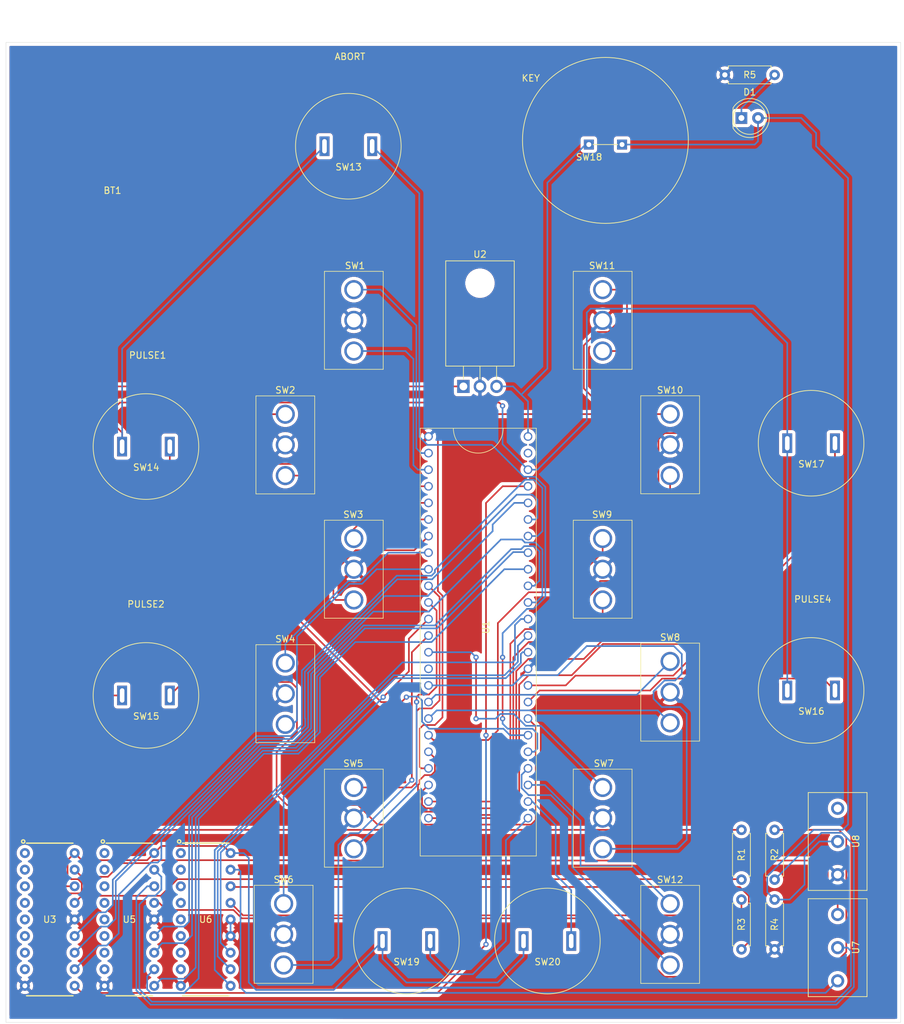
<source format=kicad_pcb>
(kicad_pcb (version 20171130) (host pcbnew "(5.1.10)-1")
  (title_block (date 2020-09-20) (rev Launchbox) (company v01) (comment 4 "Author: Ankit Khandelwal"))
  (layers (0 F.Cu signal) (31 B.Cu signal) (34 B.Paste user) (35 F.Paste user) (36 B.SilkS user) (37 F.SilkS user) (38 B.Mask user) (39 F.Mask user) (44 Edge.Cuts user))
  (net 0 "")
  (net 1 GND)
  (net 2 "Net-(SW1-Pad1)")
  (net 3 "Net-(SW1-Pad3)")
  (net 4 "Net-(SW2-Pad1)")
  (net 5 "Net-(SW2-Pad3)")
  (net 6 "Net-(SW3-Pad3)")
  (net 7 "Net-(SW3-Pad1)")
  (net 8 "Net-(SW4-Pad1)")
  (net 9 "Net-(SW4-Pad3)")
  (net 10 "Net-(SW6-Pad1)")
  (net 11 "Net-(SW6-Pad3)")
  (net 12 "Net-(SW7-Pad3)")
  (net 13 "Net-(SW7-Pad1)")
  (net 14 "Net-(SW8-Pad1)")
  (net 15 "Net-(SW8-Pad3)")
  (net 16 "Net-(SW9-Pad3)")
  (net 17 "Net-(SW9-Pad1)")
  (net 18 "Net-(SW10-Pad3)")
  (net 19 "Net-(SW10-Pad1)")
  (net 20 "Net-(SW11-Pad1)")
  (net 21 "Net-(SW11-Pad3)")
  (net 22 "Net-(SW12-Pad1)")
  (net 23 "Net-(SW12-Pad3)")
  (net 24 "Net-(SW14-Pad2)")
  (net 25 "Net-(SW15-Pad2)")
  (net 26 "Net-(SW16-Pad2)")
  (net 27 "Net-(SW17-Pad2)")
  (net 28 "Net-(U1-Pad13)")
  (net 29 "Net-(U1-Pad14)")
  (net 30 "Net-(U1-Pad15)")
  (net 31 "Net-(U1-Pad16)")
  (net 32 "Net-(U1-Pad17)")
  (net 33 "Net-(U1-Pad18)")
  (net 34 "Net-(U1-Pad19)")
  (net 35 "Net-(U1-Pad20)")
  (net 36 "Net-(U1-Pad21)")
  (net 37 "Net-(U1-Pad22)")
  (net 38 "Net-(U1-Pad23)")
  (net 39 "Net-(SW5-Pad1)")
  (net 40 "Net-(SW5-Pad3)")
  (net 41 "Net-(SW13-Pad2)")
  (net 42 VCC)
  (net 43 "Net-(R1-Pad2)")
  (net 44 "Net-(R1-Pad1)")
  (net 45 "Net-(R2-Pad2)")
  (net 46 "Net-(R2-Pad1)")
  (net 47 "Net-(R3-Pad2)")
  (net 48 "Net-(R3-Pad1)")
  (net 49 "Net-(U3-Pad17)")
  (net 50 "Net-(U5-Pad17)")
  (net 51 "Net-(U6-Pad17)")
  (net 52 "Net-(D1-Pad2)")
  (net 53 "Net-(D1-Pad1)")
  (net 54 3.3V)
  (net 55 "Net-(SW18-Pad1)")
  (net 56 "Net-(U1-Pad41)")
  (net 57 "Net-(SW20-Pad2)")
  (net 58 "Net-(SW19-Pad2)")
  (net 59 "Net-(U1-Pad47)")
  (net 60 "Net-(U3-Pad8)")
  (net 61 "Net-(U3-Pad7)")
  (net 62 "Net-(U3-Pad6)")
  (net 63 "Net-(U3-Pad5)")
  (net 64 "Net-(U3-Pad4)")
  (net 65 "Net-(U3-Pad3)")
  (net 66 "Net-(U3-Pad2)")
  (net 67 "Net-(U3-Pad1)")
  (net 68 "Net-(U5-Pad8)")
  (net 69 "Net-(U5-Pad7)")
  (net 70 "Net-(U5-Pad6)")
  (net 71 "Net-(U5-Pad5)")
  (net 72 "Net-(U5-Pad4)")
  (net 73 "Net-(U5-Pad3)")
  (net 74 "Net-(U5-Pad2)")
  (net 75 "Net-(U5-Pad1)")
  (net 76 "Net-(U6-Pad8)")
  (net 77 "Net-(U6-Pad7)")
  (net 78 "Net-(U6-Pad6)")
  (net 79 "Net-(U6-Pad5)")
  (net 80 "Net-(U6-Pad4)")
  (net 81 "Net-(U6-Pad3)")
  (net 82 "Net-(U6-Pad2)")
  (net 83 "Net-(U6-Pad1)")
  (net 84 "Net-(U8-Pad3)")
  (module NewKeySwitch:keySwitchNew (layer F.Cu) (at 116.84 44.45)
    (fp_text reference SW18 (at 0.04064 3.19024) (layer F.SilkS))
    (fp_text value SW_Push)
    (pad 2 thru_hole rect (at 5.08 1.27) (size 1.524 1.524) (drill 0.762) (layers *.Cu *.Mask) (net 52 "Net-(D1-Pad2)"))
    (pad 1 thru_hole rect (at 0 1.27) (size 1.524 1.524) (drill 0.762) (layers *.Cu *.Mask) (net 55 "Net-(SW18-Pad1)"))
  )
  (module Launchbox:Pushbutton (layer F.Cu) (at 110.49 167.64)
    (fp_text reference SW20 (at 0.04064 3.19024) (layer F.SilkS))
    (fp_text value SW_Push)
    (pad 1 thru_hole rect (at -3.65 0 90) (size 3 1.524) (drill oval 2.2 0.7) (layers *.Cu *.Mask) (net 54 3.3V))
    (pad 2 thru_hole rect (at 3.65 0 90) (size 3 1.524) (drill oval 2.2 0.7) (layers *.Cu *.Mask) (net 57 "Net-(SW20-Pad2)"))
  )
  (module Launchbox:Pushbutton (layer F.Cu) (at 88.9 167.64)
    (fp_text reference SW19 (at 0.04064 3.19024) (layer F.SilkS))
    (fp_text value SW_Push)
    (pad 2 thru_hole rect (at 3.65 0 90) (size 3 1.524) (drill oval 2.2 0.7) (layers *.Cu *.Mask) (net 58 "Net-(SW19-Pad2)"))
    (pad 1 thru_hole rect (at -3.65 0 90) (size 3 1.524) (drill oval 2.2 0.7) (layers *.Cu *.Mask) (net 54 3.3V))
  )
  (module Launchbox:Pushbutton (layer F.Cu) (at 150.876 91.44)
    (fp_text reference SW17 (at 0.04064 3.19024) (layer F.SilkS))
    (fp_text value SW_Push)
    (pad 2 thru_hole rect (at 3.65 0 90) (size 3 1.524) (drill oval 2.2 0.7) (layers *.Cu *.Mask) (net 27 "Net-(SW17-Pad2)"))
    (pad 1 thru_hole rect (at -3.65 0 90) (size 3 1.524) (drill oval 2.2 0.7) (layers *.Cu *.Mask) (net 54 3.3V))
  )
  (module Launchbox:Pushbutton (layer F.Cu) (at 49.022 130.048)
    (fp_text reference SW15 (at 0.04064 3.19024) (layer F.SilkS))
    (fp_text value SW_Push)
    (pad 2 thru_hole rect (at 3.65 0 90) (size 3 1.524) (drill oval 2.2 0.7) (layers *.Cu *.Mask) (net 25 "Net-(SW15-Pad2)"))
    (pad 1 thru_hole rect (at -3.65 0 90) (size 3 1.524) (drill oval 2.2 0.7) (layers *.Cu *.Mask) (net 54 3.3V))
  )
  (module Launchbox:Pushbutton (layer F.Cu) (at 150.876 129.286)
    (fp_text reference SW16 (at 0.04064 3.19024) (layer F.SilkS))
    (fp_text value SW_Push)
    (pad 2 thru_hole rect (at 3.65 0 90) (size 3 1.524) (drill oval 2.2 0.7) (layers *.Cu *.Mask) (net 26 "Net-(SW16-Pad2)"))
    (pad 1 thru_hole rect (at -3.65 0 90) (size 3 1.524) (drill oval 2.2 0.7) (layers *.Cu *.Mask) (net 54 3.3V))
  )
  (module Launchbox:Pushbutton (layer F.Cu) (at 80.01 45.974)
    (fp_text reference SW13 (at 0.04064 3.19024) (layer F.SilkS))
    (fp_text value SW_Push)
    (pad 2 thru_hole rect (at 3.65 0 90) (size 3 1.524) (drill oval 2.2 0.7) (layers *.Cu *.Mask) (net 41 "Net-(SW13-Pad2)"))
    (pad 1 thru_hole rect (at -3.65 0 90) (size 3 1.524) (drill oval 2.2 0.7) (layers *.Cu *.Mask) (net 54 3.3V))
  )
  (module Launchbox:Pushbutton (layer F.Cu) (at 49.022 91.948)
    (fp_text reference SW14 (at 0.04064 3.19024) (layer F.SilkS))
    (fp_text value SW_Push)
    (pad 2 thru_hole rect (at 3.65 0 90) (size 3 1.524) (drill oval 2.2 0.7) (layers *.Cu *.Mask) (net 24 "Net-(SW14-Pad2)"))
    (pad 1 thru_hole rect (at -3.65 0 90) (size 3 1.524) (drill oval 2.2 0.7) (layers *.Cu *.Mask) (net 54 3.3V))
  )
  (module "Launchbox:Teensy 3.6" (layer F.Cu) (at 99.905 119.619 90)
    (fp_text reference U1 (at 0 1.187 90) (layer F.SilkS))
    (fp_text value Teensy3.6)
    (pad 32 thru_hole circle (at -29.21 -7.62 90) (size 1.3208 1.3208) (drill 0.9398) (layers *.Cu *.Mask) (net 21 "Net-(SW11-Pad3)"))
    (pad 31 thru_hole circle (at -26.67 -7.62 90) (size 1.3208 1.3208) (drill 0.9398) (layers *.Cu *.Mask) (net 20 "Net-(SW11-Pad1)"))
    (pad 30 thru_hole circle (at -24.13 -7.62 90) (size 1.3208 1.3208) (drill 0.9398) (layers *.Cu *.Mask) (net 18 "Net-(SW10-Pad3)"))
    (pad 29 thru_hole circle (at -21.59 -7.62 90) (size 1.3208 1.3208) (drill 0.9398) (layers *.Cu *.Mask) (net 19 "Net-(SW10-Pad1)"))
    (pad 28 thru_hole circle (at -19.05 -7.62 90) (size 1.3208 1.3208) (drill 0.9398) (layers *.Cu *.Mask) (net 16 "Net-(SW9-Pad3)"))
    (pad 27 thru_hole circle (at -16.51 -7.62 90) (size 1.3208 1.3208) (drill 0.9398) (layers *.Cu *.Mask) (net 17 "Net-(SW9-Pad1)"))
    (pad 26 thru_hole circle (at -13.97 -7.62 90) (size 1.3208 1.3208) (drill 0.9398) (layers *.Cu *.Mask) (net 15 "Net-(SW8-Pad3)"))
    (pad 25 thru_hole circle (at -11.43 -7.62 90) (size 1.3208 1.3208) (drill 0.9398) (layers *.Cu *.Mask) (net 14 "Net-(SW8-Pad1)"))
    (pad 24 thru_hole circle (at -8.89 -7.62 90) (size 1.3208 1.3208) (drill 0.9398) (layers *.Cu *.Mask) (net 12 "Net-(SW7-Pad3)"))
    (pad 47 thru_hole circle (at -6.35 -7.62 90) (size 1.3208 1.3208) (drill 0.9398) (layers *.Cu *.Mask) (net 59 "Net-(U1-Pad47)"))
    (pad 12 thru_hole circle (at -3.81 -7.62 90) (size 1.3208 1.3208) (drill 0.9398) (layers *.Cu *.Mask) (net 13 "Net-(SW7-Pad1)"))
    (pad 11 thru_hole circle (at -1.27 -7.62 90) (size 1.3208 1.3208) (drill 0.9398) (layers *.Cu *.Mask) (net 11 "Net-(SW6-Pad3)"))
    (pad 10 thru_hole circle (at 1.27 -7.62 90) (size 1.3208 1.3208) (drill 0.9398) (layers *.Cu *.Mask) (net 10 "Net-(SW6-Pad1)"))
    (pad 9 thru_hole circle (at 3.81 -7.62 90) (size 1.3208 1.3208) (drill 0.9398) (layers *.Cu *.Mask) (net 40 "Net-(SW5-Pad3)"))
    (pad 8 thru_hole circle (at 6.35 -7.62 90) (size 1.3208 1.3208) (drill 0.9398) (layers *.Cu *.Mask) (net 39 "Net-(SW5-Pad1)"))
    (pad 7 thru_hole circle (at 8.89 -7.62 90) (size 1.3208 1.3208) (drill 0.9398) (layers *.Cu *.Mask) (net 9 "Net-(SW4-Pad3)"))
    (pad 6 thru_hole circle (at 11.43 -7.62 90) (size 1.3208 1.3208) (drill 0.9398) (layers *.Cu *.Mask) (net 8 "Net-(SW4-Pad1)"))
    (pad 5 thru_hole circle (at 13.97 -7.62 90) (size 1.3208 1.3208) (drill 0.9398) (layers *.Cu *.Mask) (net 6 "Net-(SW3-Pad3)"))
    (pad 4 thru_hole circle (at 16.51 -7.62 90) (size 1.3208 1.3208) (drill 0.9398) (layers *.Cu *.Mask) (net 7 "Net-(SW3-Pad1)"))
    (pad 3 thru_hole circle (at 19.05 -7.62 90) (size 1.3208 1.3208) (drill 0.9398) (layers *.Cu *.Mask) (net 5 "Net-(SW2-Pad3)"))
    (pad 2 thru_hole circle (at 21.59 -7.62 90) (size 1.3208 1.3208) (drill 0.9398) (layers *.Cu *.Mask) (net 4 "Net-(SW2-Pad1)"))
    (pad 1 thru_hole circle (at 24.13 -7.62 90) (size 1.3208 1.3208) (drill 0.9398) (layers *.Cu *.Mask) (net 3 "Net-(SW1-Pad3)"))
    (pad 0 thru_hole circle (at 26.67 -7.62 90) (size 1.3208 1.3208) (drill 0.9398) (layers *.Cu *.Mask) (net 2 "Net-(SW1-Pad1)"))
    (pad 46 thru_hole circle (at 29.21 -7.62 90) (size 1.3208 1.3208) (drill 0.9398) (layers *.Cu *.Mask) (net 1 GND))
    (pad 33 thru_hole circle (at -29.21 7.62 90) (size 1.3208 1.3208) (drill 0.9398) (layers *.Cu *.Mask) (net 58 "Net-(SW19-Pad2)"))
    (pad 34 thru_hole circle (at -26.67 7.62 90) (size 1.3208 1.3208) (drill 0.9398) (layers *.Cu *.Mask) (net 57 "Net-(SW20-Pad2)"))
    (pad 35 thru_hole circle (at -24.13 7.62 90) (size 1.3208 1.3208) (drill 0.9398) (layers *.Cu *.Mask) (net 22 "Net-(SW12-Pad1)"))
    (pad 36 thru_hole circle (at -21.59 7.62 90) (size 1.3208 1.3208) (drill 0.9398) (layers *.Cu *.Mask) (net 23 "Net-(SW12-Pad3)"))
    (pad 37 thru_hole circle (at -19.05 7.62 90) (size 1.3208 1.3208) (drill 0.9398) (layers *.Cu *.Mask) (net 41 "Net-(SW13-Pad2)"))
    (pad 38 thru_hole circle (at -16.51 7.62 90) (size 1.3208 1.3208) (drill 0.9398) (layers *.Cu *.Mask) (net 24 "Net-(SW14-Pad2)"))
    (pad 39 thru_hole circle (at -13.97 7.62 90) (size 1.3208 1.3208) (drill 0.9398) (layers *.Cu *.Mask) (net 25 "Net-(SW15-Pad2)"))
    (pad 45 thru_hole circle (at -11.43 7.62 90) (size 1.3208 1.3208) (drill 0.9398) (layers *.Cu *.Mask) (net 26 "Net-(SW16-Pad2)"))
    (pad 44 thru_hole circle (at -8.89 7.62 90) (size 1.3208 1.3208) (drill 0.9398) (layers *.Cu *.Mask) (net 27 "Net-(SW17-Pad2)"))
    (pad 43 thru_hole circle (at -6.35 7.62 90) (size 1.3208 1.3208) (drill 0.9398) (layers *.Cu *.Mask) (net 1 GND))
    (pad 13 thru_hole circle (at -3.81 7.62 90) (size 1.3208 1.3208) (drill 0.9398) (layers *.Cu *.Mask) (net 28 "Net-(U1-Pad13)"))
    (pad 14 thru_hole circle (at -1.27 7.62 90) (size 1.3208 1.3208) (drill 0.9398) (layers *.Cu *.Mask) (net 29 "Net-(U1-Pad14)"))
    (pad 15 thru_hole circle (at 1.27 7.62 90) (size 1.3208 1.3208) (drill 0.9398) (layers *.Cu *.Mask) (net 30 "Net-(U1-Pad15)"))
    (pad 16 thru_hole circle (at 3.81 7.62 90) (size 1.3208 1.3208) (drill 0.9398) (layers *.Cu *.Mask) (net 31 "Net-(U1-Pad16)"))
    (pad 17 thru_hole circle (at 6.35 7.62 90) (size 1.3208 1.3208) (drill 0.9398) (layers *.Cu *.Mask) (net 32 "Net-(U1-Pad17)"))
    (pad 18 thru_hole circle (at 8.89 7.62 90) (size 1.3208 1.3208) (drill 0.9398) (layers *.Cu *.Mask) (net 33 "Net-(U1-Pad18)"))
    (pad 19 thru_hole circle (at 11.43 7.62 90) (size 1.3208 1.3208) (drill 0.9398) (layers *.Cu *.Mask) (net 34 "Net-(U1-Pad19)"))
    (pad 20 thru_hole circle (at 13.97 7.62 90) (size 1.3208 1.3208) (drill 0.9398) (layers *.Cu *.Mask) (net 35 "Net-(U1-Pad20)"))
    (pad 21 thru_hole circle (at 16.51 7.62 90) (size 1.3208 1.3208) (drill 0.9398) (layers *.Cu *.Mask) (net 36 "Net-(U1-Pad21)"))
    (pad 22 thru_hole circle (at 19.05 7.62 90) (size 1.3208 1.3208) (drill 0.9398) (layers *.Cu *.Mask) (net 37 "Net-(U1-Pad22)"))
    (pad 23 thru_hole circle (at 21.59 7.62 90) (size 1.3208 1.3208) (drill 0.9398) (layers *.Cu *.Mask) (net 38 "Net-(U1-Pad23)"))
    (pad 42 thru_hole circle (at 24.13 7.62 90) (size 1.3208 1.3208) (drill 0.9398) (layers *.Cu *.Mask) (net 54 3.3V))
    (pad 41 thru_hole circle (at 26.67 7.62 90) (size 1.3208 1.3208) (drill 0.9398) (layers *.Cu *.Mask) (net 56 "Net-(U1-Pad41)"))
    (pad 40 thru_hole circle (at 29.21 7.62 90) (size 1.3208 1.3208) (drill 0.9398) (layers *.Cu *.Mask) (net 55 "Net-(SW18-Pad1)"))
  )
  (module Launchbox:HT12E (layer F.Cu) (at 34.29 164.338 270)
    (fp_text reference U3 (at 0 0 180) (layer F.SilkS))
    (fp_text value HT12E)
    (pad 1 thru_hole circle (at -10.16 3.81 270) (size 1.524 1.524) (drill 0.762) (layers *.Cu *.Mask) (net 67 "Net-(U3-Pad1)"))
    (pad 2 thru_hole circle (at -7.62 3.81 270) (size 1.524 1.524) (drill 0.762) (layers *.Cu *.Mask) (net 66 "Net-(U3-Pad2)"))
    (pad 3 thru_hole circle (at -5.08 3.81 270) (size 1.524 1.524) (drill 0.762) (layers *.Cu *.Mask) (net 65 "Net-(U3-Pad3)"))
    (pad 4 thru_hole circle (at -2.54 3.81 270) (size 1.524 1.524) (drill 0.762) (layers *.Cu *.Mask) (net 64 "Net-(U3-Pad4)"))
    (pad 5 thru_hole circle (at 0 3.81 270) (size 1.524 1.524) (drill 0.762) (layers *.Cu *.Mask) (net 63 "Net-(U3-Pad5)"))
    (pad 6 thru_hole circle (at 2.54 3.81 270) (size 1.524 1.524) (drill 0.762) (layers *.Cu *.Mask) (net 62 "Net-(U3-Pad6)"))
    (pad 7 thru_hole circle (at 5.08 3.81 270) (size 1.524 1.524) (drill 0.762) (layers *.Cu *.Mask) (net 61 "Net-(U3-Pad7)"))
    (pad 8 thru_hole circle (at 7.62 3.81 270) (size 1.524 1.524) (drill 0.762) (layers *.Cu *.Mask) (net 60 "Net-(U3-Pad8)"))
    (pad 9 thru_hole circle (at 10.16 3.81 270) (size 1.524 1.524) (drill 0.762) (layers *.Cu *.Mask) (net 1 GND))
    (pad 10 thru_hole circle (at 10.16 -3.81 270) (size 1.524 1.524) (drill 0.762) (layers *.Cu *.Mask) (net 38 "Net-(U1-Pad23)"))
    (pad 15 thru_hole circle (at -2.54 -3.81 270) (size 1.524 1.524) (drill 0.762) (layers *.Cu *.Mask) (net 43 "Net-(R1-Pad2)"))
    (pad 14 thru_hole circle (at 0 -3.81 270) (size 1.524 1.524) (drill 0.762) (layers *.Cu *.Mask) (net 1 GND))
    (pad 13 thru_hole circle (at 2.54 -3.81 270) (size 1.524 1.524) (drill 0.762) (layers *.Cu *.Mask) (net 35 "Net-(U1-Pad20)"))
    (pad 16 thru_hole circle (at -5.08 -3.81 270) (size 1.524 1.524) (drill 0.762) (layers *.Cu *.Mask) (net 44 "Net-(R1-Pad1)"))
    (pad 18 thru_hole circle (at -10.16 -3.81 270) (size 1.524 1.524) (drill 0.762) (layers *.Cu *.Mask) (net 54 3.3V))
    (pad 11 thru_hole circle (at 7.62 -3.81 270) (size 1.524 1.524) (drill 0.762) (layers *.Cu *.Mask) (net 37 "Net-(U1-Pad22)"))
    (pad 12 thru_hole circle (at 5.08 -3.81 270) (size 1.524 1.524) (drill 0.762) (layers *.Cu *.Mask) (net 36 "Net-(U1-Pad21)"))
    (pad 17 thru_hole circle (at -7.62 -3.81 270) (size 1.524 1.524) (drill 0.762) (layers *.Cu *.Mask) (net 49 "Net-(U3-Pad17)"))
  )
  (module Resistor_THT:R_Axial_DIN0207_L6.3mm_D2.5mm_P7.62mm_Horizontal (layer F.Cu) (at 137.668 35.052)
    (fp_text reference R5 (at 3.81 0) (layer F.SilkS))
    (fp_text value R_US)
    (pad 2 thru_hole oval (at 7.62 0) (size 1.6 1.6) (drill 0.8) (layers *.Cu *.Mask) (net 53 "Net-(D1-Pad1)"))
    (pad 1 thru_hole circle (at 0 0) (size 1.6 1.6) (drill 0.8) (layers *.Cu *.Mask) (net 1 GND))
  )
  (module LED_THT:LED_D5.0mm (layer F.Cu) (at 140.208 41.656)
    (fp_text reference D1 (at 1.27 -3.96) (layer F.SilkS))
    (fp_text value LED)
    (pad 2 thru_hole circle (at 2.54 0) (size 1.8 1.8) (drill 0.9) (layers *.Cu *.Mask) (net 52 "Net-(D1-Pad2)"))
    (pad 1 thru_hole rect (at 0 0) (size 1.8 1.8) (drill 0.9) (layers *.Cu *.Mask) (net 53 "Net-(D1-Pad1)"))
  )
  (module Launchbox:SPDT_Slide_Switch (layer F.Cu) (at 129.286 129.54 270)
    (fp_text reference SW8 (at -8.382 0 180) (layer F.SilkS))
    (fp_text value SW_SPDT_MSM)
    (pad 3 thru_hole circle (at 4.699 0 270) (size 2.921 2.921) (drill 2.159) (layers *.Cu *.Mask) (net 15 "Net-(SW8-Pad3)"))
    (pad 2 thru_hole circle (at 0 0 270) (size 2.921 2.921) (drill 2.159) (layers *.Cu *.Mask) (net 1 GND))
    (pad 1 thru_hole circle (at -4.699 0 270) (size 2.921 2.921) (drill 2.159) (layers *.Cu *.Mask) (net 14 "Net-(SW8-Pad1)"))
  )
  (module Launchbox:HT12E (layer F.Cu) (at 58.166 164.338 270)
    (fp_text reference U6 (at 0 0 180) (layer F.SilkS))
    (fp_text value HT12E)
    (pad 1 thru_hole circle (at -10.16 3.81 270) (size 1.524 1.524) (drill 0.762) (layers *.Cu *.Mask) (net 83 "Net-(U6-Pad1)"))
    (pad 2 thru_hole circle (at -7.62 3.81 270) (size 1.524 1.524) (drill 0.762) (layers *.Cu *.Mask) (net 82 "Net-(U6-Pad2)"))
    (pad 3 thru_hole circle (at -5.08 3.81 270) (size 1.524 1.524) (drill 0.762) (layers *.Cu *.Mask) (net 81 "Net-(U6-Pad3)"))
    (pad 4 thru_hole circle (at -2.54 3.81 270) (size 1.524 1.524) (drill 0.762) (layers *.Cu *.Mask) (net 80 "Net-(U6-Pad4)"))
    (pad 5 thru_hole circle (at 0 3.81 270) (size 1.524 1.524) (drill 0.762) (layers *.Cu *.Mask) (net 79 "Net-(U6-Pad5)"))
    (pad 6 thru_hole circle (at 2.54 3.81 270) (size 1.524 1.524) (drill 0.762) (layers *.Cu *.Mask) (net 78 "Net-(U6-Pad6)"))
    (pad 7 thru_hole circle (at 5.08 3.81 270) (size 1.524 1.524) (drill 0.762) (layers *.Cu *.Mask) (net 77 "Net-(U6-Pad7)"))
    (pad 8 thru_hole circle (at 7.62 3.81 270) (size 1.524 1.524) (drill 0.762) (layers *.Cu *.Mask) (net 76 "Net-(U6-Pad8)"))
    (pad 9 thru_hole circle (at 10.16 3.81 270) (size 1.524 1.524) (drill 0.762) (layers *.Cu *.Mask) (net 1 GND))
    (pad 10 thru_hole circle (at 10.16 -3.81 270) (size 1.524 1.524) (drill 0.762) (layers *.Cu *.Mask) (net 30 "Net-(U1-Pad15)"))
    (pad 15 thru_hole circle (at -2.54 -3.81 270) (size 1.524 1.524) (drill 0.762) (layers *.Cu *.Mask) (net 47 "Net-(R3-Pad2)"))
    (pad 14 thru_hole circle (at 0 -3.81 270) (size 1.524 1.524) (drill 0.762) (layers *.Cu *.Mask) (net 1 GND))
    (pad 13 thru_hole circle (at 2.54 -3.81 270) (size 1.524 1.524) (drill 0.762) (layers *.Cu *.Mask) (net 1 GND))
    (pad 16 thru_hole circle (at -5.08 -3.81 270) (size 1.524 1.524) (drill 0.762) (layers *.Cu *.Mask) (net 48 "Net-(R3-Pad1)"))
    (pad 18 thru_hole circle (at -10.16 -3.81 270) (size 1.524 1.524) (drill 0.762) (layers *.Cu *.Mask) (net 54 3.3V))
    (pad 11 thru_hole circle (at 7.62 -3.81 270) (size 1.524 1.524) (drill 0.762) (layers *.Cu *.Mask) (net 29 "Net-(U1-Pad14)"))
    (pad 12 thru_hole circle (at 5.08 -3.81 270) (size 1.524 1.524) (drill 0.762) (layers *.Cu *.Mask) (net 28 "Net-(U1-Pad13)"))
    (pad 17 thru_hole circle (at -7.62 -3.81 270) (size 1.524 1.524) (drill 0.762) (layers *.Cu *.Mask) (net 51 "Net-(U6-Pad17)"))
  )
  (module Launchbox:SPDT_Slide_Switch (layer F.Cu) (at 118.955 110.729 270)
    (fp_text reference SW9 (at -8.367 0.083 180) (layer F.SilkS))
    (fp_text value SW_SPDT_MSM)
    (pad 3 thru_hole circle (at 4.699 0 270) (size 2.921 2.921) (drill 2.159) (layers *.Cu *.Mask) (net 16 "Net-(SW9-Pad3)"))
    (pad 2 thru_hole circle (at 0 0 270) (size 2.921 2.921) (drill 2.159) (layers *.Cu *.Mask) (net 1 GND))
    (pad 1 thru_hole circle (at -4.699 0 270) (size 2.921 2.921) (drill 2.159) (layers *.Cu *.Mask) (net 17 "Net-(SW9-Pad1)"))
  )
  (module Launchbox:SPDT_Slide_Switch (layer F.Cu) (at 118.955 148.829 270)
    (fp_text reference SW7 (at -8.367 -0.171 180) (layer F.SilkS))
    (fp_text value SW_SPDT_MSM)
    (pad 3 thru_hole circle (at 4.699 0 270) (size 2.921 2.921) (drill 2.159) (layers *.Cu *.Mask) (net 12 "Net-(SW7-Pad3)"))
    (pad 2 thru_hole circle (at 0 0 270) (size 2.921 2.921) (drill 2.159) (layers *.Cu *.Mask) (net 1 GND))
    (pad 1 thru_hole circle (at -4.699 0 270) (size 2.921 2.921) (drill 2.159) (layers *.Cu *.Mask) (net 13 "Net-(SW7-Pad1)"))
  )
  (module Launchbox:ScrewTerminals (layer F.Cu) (at 154.94 152.4 90)
    (fp_text reference U8 (at 0.02 2.794 90) (layer F.SilkS))
    (fp_text value SerialScrewTerminals)
    (pad 1 thru_hole circle (at -5.08 0 90) (size 2 2) (drill 1.2) (layers *.Cu *.Mask) (net 1 GND))
    (pad 2 thru_hole circle (at 0 0 90) (size 2 2) (drill 1.2) (layers *.Cu *.Mask) (net 52 "Net-(D1-Pad2)"))
    (pad 3 thru_hole circle (at 5.08 0 90) (size 2 2) (drill 1.2) (layers *.Cu *.Mask) (net 84 "Net-(U8-Pad3)"))
  )
  (module Launchbox:SPDT_Slide_Switch (layer F.Cu) (at 80.855 110.729 270)
    (fp_text reference SW3 (at -8.367 0.083 180) (layer F.SilkS))
    (fp_text value SW_SPDT_MSM)
    (pad 3 thru_hole circle (at 4.699 0 270) (size 2.921 2.921) (drill 2.159) (layers *.Cu *.Mask) (net 6 "Net-(SW3-Pad3)"))
    (pad 2 thru_hole circle (at 0 0 270) (size 2.921 2.921) (drill 2.159) (layers *.Cu *.Mask) (net 1 GND))
    (pad 1 thru_hole circle (at -4.699 0 270) (size 2.921 2.921) (drill 2.159) (layers *.Cu *.Mask) (net 7 "Net-(SW3-Pad1)"))
  )
  (module Launchbox:SPDT_Slide_Switch (layer F.Cu) (at 80.855 148.829 270)
    (fp_text reference SW5 (at -8.367 0.083 180) (layer F.SilkS))
    (fp_text value SW_SPDT_MSM)
    (pad 3 thru_hole circle (at 4.699 0 270) (size 2.921 2.921) (drill 2.159) (layers *.Cu *.Mask) (net 40 "Net-(SW5-Pad3)"))
    (pad 2 thru_hole circle (at 0 0 270) (size 2.921 2.921) (drill 2.159) (layers *.Cu *.Mask) (net 1 GND))
    (pad 1 thru_hole circle (at -4.699 0 270) (size 2.921 2.921) (drill 2.159) (layers *.Cu *.Mask) (net 39 "Net-(SW5-Pad1)"))
  )
  (module Launchbox:ScrewTerminals (layer F.Cu) (at 154.94 168.656 90)
    (fp_text reference U7 (at 0.02 2.794 90) (layer F.SilkS))
    (fp_text value SerialScrewTerminals)
    (pad 3 thru_hole circle (at 5.08 0 90) (size 2 2) (drill 1.2) (layers *.Cu *.Mask) (net 49 "Net-(U3-Pad17)"))
    (pad 2 thru_hole circle (at 0 0 90) (size 2 2) (drill 1.2) (layers *.Cu *.Mask) (net 50 "Net-(U5-Pad17)"))
    (pad 1 thru_hole circle (at -5.08 0 90) (size 2 2) (drill 1.2) (layers *.Cu *.Mask) (net 51 "Net-(U6-Pad17)"))
  )
  (module Launchbox:SPDT_Slide_Switch (layer F.Cu) (at 70.358 91.694 270)
    (fp_text reference SW2 (at -8.382 0 180) (layer F.SilkS))
    (fp_text value SW_SPDT_MSM)
    (pad 3 thru_hole circle (at 4.699 0 270) (size 2.921 2.921) (drill 2.159) (layers *.Cu *.Mask) (net 5 "Net-(SW2-Pad3)"))
    (pad 2 thru_hole circle (at 0 0 270) (size 2.921 2.921) (drill 2.159) (layers *.Cu *.Mask) (net 1 GND))
    (pad 1 thru_hole circle (at -4.699 0 270) (size 2.921 2.921) (drill 2.159) (layers *.Cu *.Mask) (net 4 "Net-(SW2-Pad1)"))
  )
  (module Launchbox:SPDT_Slide_Switch (layer F.Cu) (at 129.286 91.679 270)
    (fp_text reference SW10 (at -8.367 0 180) (layer F.SilkS))
    (fp_text value SW_SPDT_MSM)
    (pad 3 thru_hole circle (at 4.699 0 270) (size 2.921 2.921) (drill 2.159) (layers *.Cu *.Mask) (net 18 "Net-(SW10-Pad3)"))
    (pad 2 thru_hole circle (at 0 0 270) (size 2.921 2.921) (drill 2.159) (layers *.Cu *.Mask) (net 1 GND))
    (pad 1 thru_hole circle (at -4.699 0 270) (size 2.921 2.921) (drill 2.159) (layers *.Cu *.Mask) (net 19 "Net-(SW10-Pad1)"))
  )
  (module Launchbox:SPDT_Slide_Switch (layer F.Cu) (at 70.358 129.779 270)
    (fp_text reference SW4 (at -8.367 0 180) (layer F.SilkS))
    (fp_text value SW_SPDT_MSM)
    (pad 3 thru_hole circle (at 4.699 0 270) (size 2.921 2.921) (drill 2.159) (layers *.Cu *.Mask) (net 9 "Net-(SW4-Pad3)"))
    (pad 2 thru_hole circle (at 0 0 270) (size 2.921 2.921) (drill 2.159) (layers *.Cu *.Mask) (net 1 GND))
    (pad 1 thru_hole circle (at -4.699 0 270) (size 2.921 2.921) (drill 2.159) (layers *.Cu *.Mask) (net 8 "Net-(SW4-Pad1)"))
  )
  (module Launchbox:SPDT_Slide_Switch (layer F.Cu) (at 129.286 166.624 270)
    (fp_text reference SW12 (at -8.382 0 180) (layer F.SilkS))
    (fp_text value SW_SPDT_MSM)
    (pad 3 thru_hole circle (at 4.699 0 270) (size 2.921 2.921) (drill 2.159) (layers *.Cu *.Mask) (net 23 "Net-(SW12-Pad3)"))
    (pad 2 thru_hole circle (at 0 0 270) (size 2.921 2.921) (drill 2.159) (layers *.Cu *.Mask) (net 1 GND))
    (pad 1 thru_hole circle (at -4.699 0 270) (size 2.921 2.921) (drill 2.159) (layers *.Cu *.Mask) (net 22 "Net-(SW12-Pad1)"))
  )
  (module Resistor_THT:R_Axial_DIN0207_L6.3mm_D2.5mm_P7.62mm_Horizontal (layer F.Cu) (at 145.288 158.242 90)
    (fp_text reference R2 (at 3.81 0 90) (layer F.SilkS))
    (fp_text value R_US)
    (pad 2 thru_hole oval (at 7.62 0 90) (size 1.6 1.6) (drill 0.8) (layers *.Cu *.Mask) (net 45 "Net-(R2-Pad2)"))
    (pad 1 thru_hole circle (at 0 0 90) (size 1.6 1.6) (drill 0.8) (layers *.Cu *.Mask) (net 46 "Net-(R2-Pad1)"))
  )
  (module Package_TO_SOT_THT:TO-220F-3_Horizontal_TabDown (layer F.Cu) (at 97.63 82.744)
    (fp_text reference U2 (at 2.54 -20.22) (layer F.SilkS))
    (fp_text value L7805)
    (pad 3 thru_hole oval (at 5.08 0) (size 1.905 2) (drill 1.2) (layers *.Cu *.Mask) (net 55 "Net-(SW18-Pad1)"))
    (pad 2 thru_hole oval (at 2.54 0) (size 1.905 2) (drill 1.2) (layers *.Cu *.Mask) (net 1 GND))
    (pad 1 thru_hole rect (at 0 0) (size 1.905 2) (drill 1.2) (layers *.Cu *.Mask) (net 42 VCC))
    (pad "" np_thru_hole oval (at 2.54 -15.8) (size 3.5 3.5) (drill 3.5) (layers *.Cu *.Mask))
  )
  (module Launchbox:SPDT_Slide_Switch (layer F.Cu) (at 80.855 72.629 270)
    (fp_text reference SW1 (at -8.367 -0.171 180) (layer F.SilkS))
    (fp_text value SW_SPDT_MSM)
    (pad 3 thru_hole circle (at 4.699 0 270) (size 2.921 2.921) (drill 2.159) (layers *.Cu *.Mask) (net 3 "Net-(SW1-Pad3)"))
    (pad 2 thru_hole circle (at 0 0 270) (size 2.921 2.921) (drill 2.159) (layers *.Cu *.Mask) (net 1 GND))
    (pad 1 thru_hole circle (at -4.699 0 270) (size 2.921 2.921) (drill 2.159) (layers *.Cu *.Mask) (net 2 "Net-(SW1-Pad1)"))
  )
  (module Resistor_THT:R_Axial_DIN0207_L6.3mm_D2.5mm_P7.62mm_Horizontal (layer F.Cu) (at 145.288 168.91 90)
    (fp_text reference R4 (at 3.81 0 90) (layer F.SilkS))
    (fp_text value R_US)
    (pad 2 thru_hole oval (at 7.62 0 90) (size 1.6 1.6) (drill 0.8) (layers *.Cu *.Mask) (net 52 "Net-(D1-Pad2)"))
    (pad 1 thru_hole circle (at 0 0 90) (size 1.6 1.6) (drill 0.8) (layers *.Cu *.Mask) (net 1 GND))
  )
  (module Launchbox:HT12E (layer F.Cu) (at 46.482 164.338 270)
    (fp_text reference U5 (at 0 0 180) (layer F.SilkS))
    (fp_text value HT12E)
    (pad 1 thru_hole circle (at -10.16 3.81 270) (size 1.524 1.524) (drill 0.762) (layers *.Cu *.Mask) (net 75 "Net-(U5-Pad1)"))
    (pad 2 thru_hole circle (at -7.62 3.81 270) (size 1.524 1.524) (drill 0.762) (layers *.Cu *.Mask) (net 74 "Net-(U5-Pad2)"))
    (pad 3 thru_hole circle (at -5.08 3.81 270) (size 1.524 1.524) (drill 0.762) (layers *.Cu *.Mask) (net 73 "Net-(U5-Pad3)"))
    (pad 4 thru_hole circle (at -2.54 3.81 270) (size 1.524 1.524) (drill 0.762) (layers *.Cu *.Mask) (net 72 "Net-(U5-Pad4)"))
    (pad 5 thru_hole circle (at 0 3.81 270) (size 1.524 1.524) (drill 0.762) (layers *.Cu *.Mask) (net 71 "Net-(U5-Pad5)"))
    (pad 6 thru_hole circle (at 2.54 3.81 270) (size 1.524 1.524) (drill 0.762) (layers *.Cu *.Mask) (net 70 "Net-(U5-Pad6)"))
    (pad 7 thru_hole circle (at 5.08 3.81 270) (size 1.524 1.524) (drill 0.762) (layers *.Cu *.Mask) (net 69 "Net-(U5-Pad7)"))
    (pad 8 thru_hole circle (at 7.62 3.81 270) (size 1.524 1.524) (drill 0.762) (layers *.Cu *.Mask) (net 68 "Net-(U5-Pad8)"))
    (pad 9 thru_hole circle (at 10.16 3.81 270) (size 1.524 1.524) (drill 0.762) (layers *.Cu *.Mask) (net 1 GND))
    (pad 10 thru_hole circle (at 10.16 -3.81 270) (size 1.524 1.524) (drill 0.762) (layers *.Cu *.Mask) (net 34 "Net-(U1-Pad19)"))
    (pad 15 thru_hole circle (at -2.54 -3.81 270) (size 1.524 1.524) (drill 0.762) (layers *.Cu *.Mask) (net 45 "Net-(R2-Pad2)"))
    (pad 14 thru_hole circle (at 0 -3.81 270) (size 1.524 1.524) (drill 0.762) (layers *.Cu *.Mask) (net 1 GND))
    (pad 13 thru_hole circle (at 2.54 -3.81 270) (size 1.524 1.524) (drill 0.762) (layers *.Cu *.Mask) (net 31 "Net-(U1-Pad16)"))
    (pad 16 thru_hole circle (at -5.08 -3.81 270) (size 1.524 1.524) (drill 0.762) (layers *.Cu *.Mask) (net 46 "Net-(R2-Pad1)"))
    (pad 18 thru_hole circle (at -10.16 -3.81 270) (size 1.524 1.524) (drill 0.762) (layers *.Cu *.Mask) (net 54 3.3V))
    (pad 11 thru_hole circle (at 7.62 -3.81 270) (size 1.524 1.524) (drill 0.762) (layers *.Cu *.Mask) (net 33 "Net-(U1-Pad18)"))
    (pad 12 thru_hole circle (at 5.08 -3.81 270) (size 1.524 1.524) (drill 0.762) (layers *.Cu *.Mask) (net 32 "Net-(U1-Pad17)"))
    (pad 17 thru_hole circle (at -7.62 -3.81 270) (size 1.524 1.524) (drill 0.762) (layers *.Cu *.Mask) (net 50 "Net-(U5-Pad17)"))
  )
  (module Launchbox:Lipo_Battery_Connector (layer F.Cu) (at 43.688 45.974)
    (fp_text reference BT1 (at 0.21 6.78) (layer F.SilkS))
    (fp_text value Battery_Cell)
    (pad 2 smd rect (at 7.62 0) (size 9.525 9.525) (layers F.Cu F.Paste F.Mask) (net 1 GND))
    (pad 1 smd rect (at -7.62 0) (size 9.525 9.525) (layers F.Cu F.Paste F.Mask) (net 42 VCC))
  )
  (module Launchbox:SPDT_Slide_Switch (layer F.Cu) (at 70.104 166.609 270)
    (fp_text reference SW6 (at -8.367 0 180) (layer F.SilkS))
    (fp_text value SW_SPDT_MSM)
    (pad 3 thru_hole circle (at 4.699 0 270) (size 2.921 2.921) (drill 2.159) (layers *.Cu *.Mask) (net 11 "Net-(SW6-Pad3)"))
    (pad 2 thru_hole circle (at 0 0 270) (size 2.921 2.921) (drill 2.159) (layers *.Cu *.Mask) (net 1 GND))
    (pad 1 thru_hole circle (at -4.699 0 270) (size 2.921 2.921) (drill 2.159) (layers *.Cu *.Mask) (net 10 "Net-(SW6-Pad1)"))
  )
  (module Resistor_THT:R_Axial_DIN0207_L6.3mm_D2.5mm_P7.62mm_Horizontal (layer F.Cu) (at 140.208 150.622 270)
    (fp_text reference R1 (at 3.81 0 90) (layer F.SilkS))
    (fp_text value R_US)
    (pad 2 thru_hole oval (at 7.62 0 270) (size 1.6 1.6) (drill 0.8) (layers *.Cu *.Mask) (net 43 "Net-(R1-Pad2)"))
    (pad 1 thru_hole circle (at 0 0 270) (size 1.6 1.6) (drill 0.8) (layers *.Cu *.Mask) (net 44 "Net-(R1-Pad1)"))
  )
  (module Launchbox:SPDT_Slide_Switch (layer F.Cu) (at 118.955 72.629 270)
    (fp_text reference SW11 (at -8.367 0.083 180) (layer F.SilkS))
    (fp_text value SW_SPDT_MSM)
    (pad 3 thru_hole circle (at 4.699 0 270) (size 2.921 2.921) (drill 2.159) (layers *.Cu *.Mask) (net 21 "Net-(SW11-Pad3)"))
    (pad 2 thru_hole circle (at 0 0 270) (size 2.921 2.921) (drill 2.159) (layers *.Cu *.Mask) (net 1 GND))
    (pad 1 thru_hole circle (at -4.699 0 270) (size 2.921 2.921) (drill 2.159) (layers *.Cu *.Mask) (net 20 "Net-(SW11-Pad1)"))
  )
  (module Resistor_THT:R_Axial_DIN0207_L6.3mm_D2.5mm_P7.62mm_Horizontal (layer F.Cu) (at 140.208 168.91 90)
    (fp_text reference R3 (at 3.81 0 90) (layer F.SilkS))
    (fp_text value R_US)
    (pad 2 thru_hole oval (at 7.62 0 90) (size 1.6 1.6) (drill 0.8) (layers *.Cu *.Mask) (net 47 "Net-(R3-Pad2)"))
    (pad 1 thru_hole circle (at 0 0 90) (size 1.6 1.6) (drill 0.8) (layers *.Cu *.Mask) (net 48 "Net-(R3-Pad1)"))
  )
  (gr_line (start 164.592 30.086) (end 164.592 180.086) (layer Edge.Cuts) (width 0.05))
  (gr_line (start 27.592 30.086) (end 164.592 30.086) (layer Edge.Cuts) (width 0.05))
  (gr_line (start 27.592 180.086) (end 27.592 30.086) (layer Edge.Cuts) (width 0.05))
  (gr_line (start 164.592 180.086) (end 27.592 180.086) (layer Edge.Cuts) (width 0.05))
  (gr_text KEY (at 107.95 35.56) (layer F.SilkS) (effects (font (size 1 1))))
  (gr_text PULSE1 (at 49.276 77.978) (layer F.SilkS) (effects (font (size 1 1))))
  (gr_text ABORT (at 80.264 32.258) (layer F.SilkS) (effects (font (size 1 1))))
  (gr_text PULSE2 (at 49.022 116.078) (layer F.SilkS) (effects (font (size 1 1))))
  (gr_text PULSE4 (at 151.13 115.316) (layer F.SilkS) (effects (font (size 1 1))))
  (segment (start 61.976 164.338) (end 61.976 166.878) (width 0.25) (layer B.Cu) (net 1))
  (segment (start 119.956 147.828) (end 118.955 148.829) (width 0.25) (layer B.Cu) (net 1))
  (segment (start 54.356 174.498) (end 61.976 166.878) (width 0.25) (layer F.Cu) (net 1))
  (segment (start 80.855 67.93) (end 84.948 67.93) (width 0.25) (layer B.Cu) (net 2))
  (segment (start 84.948 67.93) (end 90.424 73.406) (width 0.25) (layer B.Cu) (net 2))
  (segment (start 90.424 73.406) (end 90.424 92.202) (width 0.25) (layer B.Cu) (net 2))
  (segment (start 91.171 92.949) (end 92.285 92.949) (width 0.25) (layer B.Cu) (net 2))
  (segment (start 90.424 92.202) (end 91.171 92.949) (width 0.25) (layer B.Cu) (net 2))
  (segment (start 80.855 77.328) (end 88.758 77.328) (width 0.25) (layer B.Cu) (net 3))
  (segment (start 88.758 77.328) (end 89.97399 78.54399) (width 0.25) (layer B.Cu) (net 3))
  (segment (start 89.97399 78.54399) (end 89.97399 94.79999) (width 0.25) (layer B.Cu) (net 3))
  (segment (start 90.663 95.489) (end 92.285 95.489) (width 0.25) (layer B.Cu) (net 3))
  (segment (start 89.97399 94.79999) (end 90.663 95.489) (width 0.25) (layer B.Cu) (net 3))
  (segment (start 70.358 86.995) (end 68.199 86.995) (width 0.25) (layer F.Cu) (net 4))
  (segment (start 68.199 86.995) (end 67.564 87.63) (width 0.25) (layer F.Cu) (net 4))
  (segment (start 67.564 87.63) (end 67.564 92.964) (width 0.25) (layer F.Cu) (net 4))
  (segment (start 69.207499 94.607499) (end 87.495499 94.607499) (width 0.25) (layer F.Cu) (net 4))
  (segment (start 67.564 92.964) (end 69.207499 94.607499) (width 0.25) (layer F.Cu) (net 4))
  (segment (start 90.917 98.029) (end 92.285 98.029) (width 0.25) (layer F.Cu) (net 4))
  (segment (start 87.495499 94.607499) (end 90.917 98.029) (width 0.25) (layer F.Cu) (net 4))
  (segment (start 70.358 96.393) (end 85.979 96.393) (width 0.25) (layer F.Cu) (net 5))
  (segment (start 90.155 100.569) (end 92.285 100.569) (width 0.25) (layer F.Cu) (net 5))
  (segment (start 85.979 96.393) (end 90.155 100.569) (width 0.25) (layer F.Cu) (net 5))
  (segment (start 81.125957 107.815501) (end 77.724 111.217458) (width 0.25) (layer F.Cu) (net 6))
  (segment (start 77.724 115.062) (end 78.09 115.428) (width 0.25) (layer F.Cu) (net 6))
  (segment (start 78.09 115.428) (end 80.855 115.428) (width 0.25) (layer F.Cu) (net 6))
  (segment (start 77.724 111.217458) (end 77.724 115.062) (width 0.25) (layer F.Cu) (net 6))
  (segment (start 92.285 105.649) (end 90.118499 107.815501) (width 0.25) (layer F.Cu) (net 6))
  (segment (start 90.118499 107.815501) (end 81.125957 107.815501) (width 0.25) (layer F.Cu) (net 6))
  (segment (start 80.855 106.03) (end 80.855 104.565) (width 0.25) (layer F.Cu) (net 7))
  (segment (start 82.311 103.109) (end 92.285 103.109) (width 0.25) (layer F.Cu) (net 7))
  (segment (start 80.855 104.565) (end 82.311 103.109) (width 0.25) (layer F.Cu) (net 7))
  (segment (start 79.997959 112.514501) (end 81.795499 112.514501) (width 0.25) (layer B.Cu) (net 8))
  (segment (start 70.358 122.15446) (end 79.997959 112.514501) (width 0.25) (layer B.Cu) (net 8))
  (segment (start 70.358 125.08) (end 70.358 122.15446) (width 0.25) (layer B.Cu) (net 8))
  (segment (start 86.121 108.189) (end 92.285 108.189) (width 0.25) (layer B.Cu) (net 8))
  (segment (start 81.795499 112.514501) (end 86.121 108.189) (width 0.25) (layer B.Cu) (net 8))
  (segment (start 70.358 134.478) (end 71.516 134.478) (width 0.25) (layer B.Cu) (net 9))
  (segment (start 72.143501 133.850499) (end 72.143501 121.005369) (width 0.25) (layer B.Cu) (net 9))
  (segment (start 71.516 134.478) (end 72.143501 133.850499) (width 0.25) (layer B.Cu) (net 9))
  (segment (start 80.184359 112.964511) (end 82.107489 112.964511) (width 0.25) (layer B.Cu) (net 9))
  (segment (start 72.143501 121.005369) (end 80.184359 112.964511) (width 0.25) (layer B.Cu) (net 9))
  (segment (start 84.343 110.729) (end 92.285 110.729) (width 0.25) (layer B.Cu) (net 9))
  (segment (start 82.107489 112.964511) (end 84.343 110.729) (width 0.25) (layer B.Cu) (net 9))
  (via (at 85.344 130.302) (size 0.8) (drill 0.4) (layers F.Cu B.Cu) (net 10))
  (segment (start 70.104 145.542) (end 85.344 130.302) (width 0.25) (layer B.Cu) (net 10))
  (segment (start 70.104 161.91) (end 70.104 145.542) (width 0.25) (layer B.Cu) (net 10))
  (segment (start 85.344 130.302) (end 89.28599 126.36001) (width 0.25) (layer F.Cu) (net 10))
  (segment (start 89.28599 121.34801) (end 92.285 118.349) (width 0.25) (layer F.Cu) (net 10))
  (segment (start 89.28599 126.36001) (end 89.28599 121.34801) (width 0.25) (layer F.Cu) (net 10))
  (via (at 89.736 142.997347) (size 0.8) (drill 0.4) (layers F.Cu B.Cu) (net 11))
  (segment (start 89.736 123.438) (end 89.736 142.997347) (width 0.25) (layer F.Cu) (net 11))
  (segment (start 92.285 120.889) (end 89.736 123.438) (width 0.25) (layer F.Cu) (net 11))
  (segment (start 89.736 142.997347) (end 81.603347 151.13) (width 0.25) (layer B.Cu) (net 11))
  (segment (start 81.603347 151.13) (end 80.264 151.13) (width 0.25) (layer B.Cu) (net 11))
  (segment (start 80.264 151.13) (end 78.486 152.908) (width 0.25) (layer B.Cu) (net 11))
  (segment (start 78.486 152.908) (end 78.486 170.18) (width 0.25) (layer B.Cu) (net 11))
  (segment (start 77.358 171.308) (end 70.104 171.308) (width 0.25) (layer B.Cu) (net 11))
  (segment (start 78.486 170.18) (end 77.358 171.308) (width 0.25) (layer B.Cu) (net 11))
  (segment (start 130.444 153.528) (end 118.955 153.528) (width 0.25) (layer B.Cu) (net 12))
  (segment (start 131.826 152.146) (end 130.444 153.528) (width 0.25) (layer B.Cu) (net 12))
  (segment (start 130.81 131.826) (end 131.826 132.842) (width 0.25) (layer B.Cu) (net 12))
  (segment (start 92.285 128.509) (end 105.171 128.509) (width 0.25) (layer B.Cu) (net 12))
  (segment (start 105.171 128.509) (end 106.725599 126.954401) (width 0.25) (layer B.Cu) (net 12))
  (segment (start 106.725599 126.954401) (end 112.059599 126.954401) (width 0.25) (layer B.Cu) (net 12))
  (segment (start 130.055501 127.754499) (end 128.428959 127.754499) (width 0.25) (layer B.Cu) (net 12))
  (segment (start 112.059599 126.954401) (end 116.524491 122.489509) (width 0.25) (layer B.Cu) (net 12))
  (segment (start 126.746 129.437458) (end 126.746 130.556) (width 0.25) (layer B.Cu) (net 12))
  (segment (start 116.524491 122.489509) (end 129.855509 122.489509) (width 0.25) (layer B.Cu) (net 12))
  (segment (start 129.855509 122.489509) (end 131.071501 123.705501) (width 0.25) (layer B.Cu) (net 12))
  (segment (start 131.826 132.842) (end 131.826 152.146) (width 0.25) (layer B.Cu) (net 12))
  (segment (start 131.071501 123.705501) (end 131.071501 126.738499) (width 0.25) (layer B.Cu) (net 12))
  (segment (start 131.071501 126.738499) (end 130.055501 127.754499) (width 0.25) (layer B.Cu) (net 12))
  (segment (start 128.428959 127.754499) (end 126.746 129.437458) (width 0.25) (layer B.Cu) (net 12))
  (segment (start 126.746 130.556) (end 128.016 131.826) (width 0.25) (layer B.Cu) (net 12))
  (segment (start 128.016 131.826) (end 130.81 131.826) (width 0.25) (layer B.Cu) (net 12))
  (via (at 99.568 124.206) (size 0.8) (drill 0.4) (layers F.Cu B.Cu) (net 13))
  (segment (start 98.791 123.429) (end 99.568 124.206) (width 0.25) (layer B.Cu) (net 13))
  (segment (start 92.285 123.429) (end 98.791 123.429) (width 0.25) (layer B.Cu) (net 13))
  (segment (start 109.518589 134.693589) (end 118.955 144.13) (width 0.25) (layer B.Cu) (net 13))
  (segment (start 107.171195 134.693589) (end 109.518589 134.693589) (width 0.25) (layer B.Cu) (net 13))
  (segment (start 105.356605 132.878999) (end 107.171195 134.693589) (width 0.25) (layer B.Cu) (net 13))
  (segment (start 103.283999 132.878999) (end 105.356605 132.878999) (width 0.25) (layer B.Cu) (net 13))
  (segment (start 102.558998 133.604) (end 103.283999 132.878999) (width 0.25) (layer B.Cu) (net 13))
  (segment (start 99.568 133.604) (end 102.558998 133.604) (width 0.25) (layer B.Cu) (net 13))
  (via (at 99.568 133.604) (size 0.8) (drill 0.4) (layers F.Cu B.Cu) (net 13))
  (segment (start 99.568 133.604) (end 99.568 124.206) (width 0.25) (layer F.Cu) (net 13))
  (segment (start 93.38959 129.94441) (end 92.285 131.049) (width 0.25) (layer B.Cu) (net 14))
  (segment (start 124.18259 129.94441) (end 93.38959 129.94441) (width 0.25) (layer B.Cu) (net 14))
  (segment (start 129.286 124.841) (end 124.18259 129.94441) (width 0.25) (layer B.Cu) (net 14))
  (segment (start 129.286 134.239) (end 128.950599 134.574401) (width 0.25) (layer F.Cu) (net 15))
  (segment (start 92.285 133.589) (end 93.54 132.334) (width 0.25) (layer B.Cu) (net 15))
  (segment (start 127.381 132.334) (end 129.286 134.239) (width 0.25) (layer B.Cu) (net 15))
  (segment (start 93.54 132.334) (end 127.381 132.334) (width 0.25) (layer B.Cu) (net 15))
  (segment (start 118.955 121.58018) (end 118.955 115.428) (width 0.25) (layer F.Cu) (net 16))
  (segment (start 116.07518 124.46) (end 118.955 121.58018) (width 0.25) (layer F.Cu) (net 16))
  (segment (start 105.72199 126.313616) (end 107.575606 124.46) (width 0.25) (layer F.Cu) (net 16))
  (segment (start 107.575606 124.46) (end 116.07518 124.46) (width 0.25) (layer F.Cu) (net 16))
  (segment (start 105.72199 147.1336) (end 105.72199 126.313616) (width 0.25) (layer F.Cu) (net 16))
  (segment (start 93.233599 147.843599) (end 93.726 148.336) (width 0.25) (layer F.Cu) (net 16))
  (segment (start 104.51959 148.336) (end 105.72199 147.1336) (width 0.25) (layer F.Cu) (net 16))
  (segment (start 93.726 148.336) (end 104.51959 148.336) (width 0.25) (layer F.Cu) (net 16))
  (segment (start 90.678 147.574) (end 90.947599 147.843599) (width 0.25) (layer F.Cu) (net 16))
  (segment (start 90.678 143.764759) (end 90.678 147.574) (width 0.25) (layer F.Cu) (net 16))
  (segment (start 90.911011 143.022989) (end 90.91101 143.531749) (width 0.25) (layer F.Cu) (net 16))
  (segment (start 91.694 142.24) (end 90.911011 143.022989) (width 0.25) (layer F.Cu) (net 16))
  (segment (start 92.712394 142.24) (end 91.694 142.24) (width 0.25) (layer F.Cu) (net 16))
  (segment (start 93.270401 141.681993) (end 92.712394 142.24) (width 0.25) (layer F.Cu) (net 16))
  (segment (start 93.270401 139.654401) (end 93.270401 141.681993) (width 0.25) (layer F.Cu) (net 16))
  (segment (start 90.947599 147.843599) (end 92.186401 147.843599) (width 0.25) (layer F.Cu) (net 16))
  (segment (start 92.285 138.669) (end 93.270401 139.654401) (width 0.25) (layer F.Cu) (net 16))
  (segment (start 90.91101 143.531749) (end 90.678 143.764759) (width 0.25) (layer F.Cu) (net 16))
  (segment (start 92.186401 147.843599) (end 93.233599 147.843599) (width 0.25) (layer F.Cu) (net 16))
  (segment (start 91.812007 147.843599) (end 92.186401 147.843599) (width 0.25) (layer F.Cu) (net 16))
  (segment (start 118.955 108.121) (end 118.955 106.03) (width 0.25) (layer F.Cu) (net 17))
  (segment (start 107.621205 114.254401) (end 112.821599 114.254401) (width 0.25) (layer F.Cu) (net 17))
  (segment (start 102.906999 118.968607) (end 107.621205 114.254401) (width 0.25) (layer F.Cu) (net 17))
  (segment (start 102.906999 135.402003) (end 102.906999 118.968607) (width 0.25) (layer F.Cu) (net 17))
  (segment (start 101.440001 136.869001) (end 102.906999 135.402003) (width 0.25) (layer F.Cu) (net 17))
  (segment (start 93.025001 136.869001) (end 101.440001 136.869001) (width 0.25) (layer F.Cu) (net 17))
  (segment (start 92.285 136.129) (end 93.025001 136.869001) (width 0.25) (layer F.Cu) (net 17))
  (segment (start 112.821599 114.254401) (end 114.808 112.268) (width 0.25) (layer F.Cu) (net 17))
  (segment (start 114.808 112.268) (end 118.955 108.121) (width 0.25) (layer F.Cu) (net 17))
  (segment (start 92.285 143.749) (end 91.299599 144.734401) (width 0.25) (layer F.Cu) (net 18))
  (segment (start 91.299599 144.734401) (end 91.299599 146.761993) (width 0.25) (layer F.Cu) (net 18))
  (segment (start 116.586 115.154458) (end 118.710458 113.03) (width 0.25) (layer F.Cu) (net 18))
  (segment (start 91.299599 146.761993) (end 91.857606 147.32) (width 0.25) (layer F.Cu) (net 18))
  (segment (start 116.586 120.904) (end 116.586 115.154458) (width 0.25) (layer F.Cu) (net 18))
  (segment (start 91.857606 147.32) (end 104.648 147.32) (width 0.25) (layer F.Cu) (net 18))
  (segment (start 104.648 147.32) (end 105.27198 146.69602) (width 0.25) (layer F.Cu) (net 18))
  (segment (start 105.27198 146.69602) (end 105.27198 124.223626) (width 0.25) (layer F.Cu) (net 18))
  (segment (start 107.621205 121.874401) (end 115.615599 121.874401) (width 0.25) (layer F.Cu) (net 18))
  (segment (start 105.27198 124.223626) (end 107.621205 121.874401) (width 0.25) (layer F.Cu) (net 18))
  (segment (start 129.286 111.506) (end 129.286 96.378) (width 0.25) (layer F.Cu) (net 18))
  (segment (start 115.615599 121.874401) (end 116.586 120.904) (width 0.25) (layer F.Cu) (net 18))
  (segment (start 118.710458 113.03) (end 127.762 113.03) (width 0.25) (layer F.Cu) (net 18))
  (segment (start 127.762 113.03) (end 129.286 111.506) (width 0.25) (layer F.Cu) (net 18))
  (segment (start 129.286 86.98) (end 94.884 86.98) (width 0.25) (layer F.Cu) (net 19))
  (segment (start 94.884 86.98) (end 93.726 88.138) (width 0.25) (layer F.Cu) (net 19))
  (segment (start 94.43001 114.7776) (end 94.43001 133.40799) (width 0.25) (layer F.Cu) (net 19))
  (segment (start 93.726 114.07359) (end 94.43001 114.7776) (width 0.25) (layer F.Cu) (net 19))
  (segment (start 93.726 88.138) (end 93.726 114.07359) (width 0.25) (layer F.Cu) (net 19))
  (segment (start 93.263599 134.574401) (end 91.485599 134.574401) (width 0.25) (layer F.Cu) (net 19))
  (segment (start 94.43001 133.40799) (end 93.263599 134.574401) (width 0.25) (layer F.Cu) (net 19))
  (segment (start 91.485599 134.574401) (end 90.932 135.128) (width 0.25) (layer F.Cu) (net 19))
  (segment (start 90.932 135.128) (end 90.932 140.97) (width 0.25) (layer F.Cu) (net 19))
  (segment (start 91.171 141.209) (end 92.285 141.209) (width 0.25) (layer F.Cu) (net 19))
  (segment (start 90.932 140.97) (end 91.171 141.209) (width 0.25) (layer F.Cu) (net 19))
  (segment (start 122.286 67.93) (end 118.955 67.93) (width 0.25) (layer F.Cu) (net 20))
  (segment (start 119.812041 74.414501) (end 122.682 71.544542) (width 0.25) (layer F.Cu) (net 20))
  (segment (start 118.117499 74.414501) (end 119.812041 74.414501) (width 0.25) (layer F.Cu) (net 20))
  (segment (start 122.682 71.544542) (end 122.682 68.326) (width 0.25) (layer F.Cu) (net 20))
  (segment (start 116.078 76.454) (end 118.117499 74.414501) (width 0.25) (layer F.Cu) (net 20))
  (segment (start 116.078 83.058) (end 116.078 76.454) (width 0.25) (layer F.Cu) (net 20))
  (segment (start 117.602 84.582) (end 116.078 83.058) (width 0.25) (layer F.Cu) (net 20))
  (segment (start 130.81 84.582) (end 117.602 84.582) (width 0.25) (layer F.Cu) (net 20))
  (segment (start 132.08 85.852) (end 130.81 84.582) (width 0.25) (layer F.Cu) (net 20))
  (segment (start 132.08 88.646) (end 132.08 85.852) (width 0.25) (layer F.Cu) (net 20))
  (segment (start 130.832501 89.893499) (end 132.08 88.646) (width 0.25) (layer F.Cu) (net 20))
  (segment (start 118.582048 112.522) (end 125.222 112.522) (width 0.25) (layer F.Cu) (net 20))
  (segment (start 104.409 146.289) (end 104.82197 145.87603) (width 0.25) (layer F.Cu) (net 20))
  (segment (start 116.135991 114.968057) (end 118.582048 112.522) (width 0.25) (layer F.Cu) (net 20))
  (segment (start 104.82197 145.87603) (end 104.82197 122.133636) (width 0.25) (layer F.Cu) (net 20))
  (segment (start 104.82197 122.133636) (end 107.067606 119.888) (width 0.25) (layer F.Cu) (net 20))
  (segment (start 122.682 68.326) (end 122.286 67.93) (width 0.25) (layer F.Cu) (net 20))
  (segment (start 127.500499 90.821959) (end 128.428959 89.893499) (width 0.25) (layer F.Cu) (net 20))
  (segment (start 92.285 146.289) (end 104.409 146.289) (width 0.25) (layer F.Cu) (net 20))
  (segment (start 107.067606 119.888) (end 115.824 119.888) (width 0.25) (layer F.Cu) (net 20))
  (segment (start 115.824 119.888) (end 116.13599 119.57601) (width 0.25) (layer F.Cu) (net 20))
  (segment (start 116.13599 119.57601) (end 116.135991 114.968057) (width 0.25) (layer F.Cu) (net 20))
  (segment (start 125.222 112.522) (end 127.500499 110.243501) (width 0.25) (layer F.Cu) (net 20))
  (segment (start 127.500499 110.243501) (end 127.500499 90.821959) (width 0.25) (layer F.Cu) (net 20))
  (segment (start 128.428959 89.893499) (end 130.832501 89.893499) (width 0.25) (layer F.Cu) (net 20))
  (segment (start 92.285 148.829) (end 104.663 148.829) (width 0.25) (layer F.Cu) (net 21))
  (segment (start 104.663 148.829) (end 106.172 147.32) (width 0.25) (layer F.Cu) (net 21))
  (segment (start 114.217189 126.954401) (end 118.99759 122.174) (width 0.25) (layer F.Cu) (net 21))
  (segment (start 107.621205 126.954401) (end 114.217189 126.954401) (width 0.25) (layer F.Cu) (net 21))
  (segment (start 106.172 128.403606) (end 107.621205 126.954401) (width 0.25) (layer F.Cu) (net 21))
  (segment (start 106.172 147.32) (end 106.172 128.403606) (width 0.25) (layer F.Cu) (net 21))
  (segment (start 118.99759 122.174) (end 133.604 122.174) (width 0.25) (layer F.Cu) (net 21))
  (segment (start 133.604 122.174) (end 136.144 119.634) (width 0.25) (layer F.Cu) (net 21))
  (segment (start 136.144 119.634) (end 136.144 79.756) (width 0.25) (layer F.Cu) (net 21))
  (segment (start 133.716 77.328) (end 118.955 77.328) (width 0.25) (layer F.Cu) (net 21))
  (segment (start 136.144 79.756) (end 133.716 77.328) (width 0.25) (layer F.Cu) (net 21))
  (segment (start 123.571 156.21) (end 129.286 161.925) (width 0.25) (layer B.Cu) (net 22))
  (segment (start 115.57 149.22359) (end 115.57 156.21) (width 0.25) (layer B.Cu) (net 22))
  (segment (start 115.57 156.21) (end 123.571 156.21) (width 0.25) (layer B.Cu) (net 22))
  (segment (start 110.09541 143.749) (end 115.57 149.22359) (width 0.25) (layer B.Cu) (net 22))
  (segment (start 107.525 143.749) (end 110.09541 143.749) (width 0.25) (layer B.Cu) (net 22))
  (segment (start 114.3 156.337) (end 129.286 171.323) (width 0.25) (layer B.Cu) (net 23))
  (segment (start 114.3 148.59) (end 114.3 156.337) (width 0.25) (layer B.Cu) (net 23))
  (segment (start 106.539599 144.221993) (end 107.621205 145.303599) (width 0.25) (layer B.Cu) (net 23))
  (segment (start 107.621205 145.303599) (end 111.013599 145.303599) (width 0.25) (layer B.Cu) (net 23))
  (segment (start 106.539599 142.194401) (end 106.539599 144.221993) (width 0.25) (layer B.Cu) (net 23))
  (segment (start 111.013599 145.303599) (end 114.3 148.59) (width 0.25) (layer B.Cu) (net 23))
  (segment (start 107.525 141.209) (end 106.539599 142.194401) (width 0.25) (layer B.Cu) (net 23))
  (segment (start 104.75859 136.129) (end 107.525 136.129) (width 0.25) (layer B.Cu) (net 24))
  (segment (start 92.381205 135.143599) (end 103.773189 135.143599) (width 0.25) (layer B.Cu) (net 24))
  (segment (start 91.299599 134.061993) (end 92.381205 135.143599) (width 0.25) (layer B.Cu) (net 24))
  (segment (start 91.299599 130.812925) (end 91.299599 134.061993) (width 0.25) (layer B.Cu) (net 24))
  (segment (start 103.773189 135.143599) (end 104.75859 136.129) (width 0.25) (layer B.Cu) (net 24))
  (segment (start 90.706075 130.219401) (end 91.299599 130.812925) (width 0.25) (layer B.Cu) (net 24))
  (segment (start 88.982599 130.219401) (end 88.9 130.302) (width 0.25) (layer B.Cu) (net 24))
  (segment (start 90.706075 130.219401) (end 88.982599 130.219401) (width 0.25) (layer B.Cu) (net 24))
  (via (at 88.9 130.302) (size 0.8) (drill 0.4) (layers F.Cu B.Cu) (net 24))
  (segment (start 88.138 131.064) (end 88.9 130.302) (width 0.25) (layer F.Cu) (net 24))
  (segment (start 52.672 98.703002) (end 52.672 91.948) (width 0.25) (layer F.Cu) (net 24))
  (segment (start 85.032998 131.064) (end 52.672 98.703002) (width 0.25) (layer F.Cu) (net 24))
  (segment (start 88.138 131.064) (end 85.032998 131.064) (width 0.25) (layer F.Cu) (net 24))
  (segment (start 108.712 134.776) (end 107.525 133.589) (width 0.25) (layer F.Cu) (net 25))
  (segment (start 108.712 149.100394) (end 108.712 134.776) (width 0.25) (layer F.Cu) (net 25))
  (segment (start 107.997993 149.814401) (end 108.712 149.100394) (width 0.25) (layer F.Cu) (net 25))
  (segment (start 81.480542 146.812) (end 84.482943 149.814401) (width 0.25) (layer F.Cu) (net 25))
  (segment (start 70.612 146.812) (end 81.480542 146.812) (width 0.25) (layer F.Cu) (net 25))
  (segment (start 69.022509 145.222509) (end 70.612 146.812) (width 0.25) (layer F.Cu) (net 25))
  (segment (start 72.143501 135.628499) (end 69.022509 138.749491) (width 0.25) (layer F.Cu) (net 25))
  (segment (start 69.022509 138.749491) (end 69.022509 145.222509) (width 0.25) (layer F.Cu) (net 25))
  (segment (start 72.143501 128.921959) (end 72.143501 135.628499) (width 0.25) (layer F.Cu) (net 25))
  (segment (start 84.482943 149.814401) (end 107.997993 149.814401) (width 0.25) (layer F.Cu) (net 25))
  (segment (start 71.215041 127.993499) (end 72.143501 128.921959) (width 0.25) (layer F.Cu) (net 25))
  (segment (start 54.726501 127.993499) (end 71.215041 127.993499) (width 0.25) (layer F.Cu) (net 25))
  (segment (start 52.672 130.048) (end 54.726501 127.993499) (width 0.25) (layer F.Cu) (net 25))
  (segment (start 152.700999 127.460999) (end 154.526 129.286) (width 0.25) (layer F.Cu) (net 26))
  (segment (start 128.063001 127.460999) (end 152.700999 127.460999) (width 0.25) (layer F.Cu) (net 26))
  (segment (start 126.238 129.286) (end 128.063001 127.460999) (width 0.25) (layer F.Cu) (net 26))
  (segment (start 109.288 129.286) (end 126.238 129.286) (width 0.25) (layer F.Cu) (net 26))
  (segment (start 107.525 131.049) (end 109.288 129.286) (width 0.25) (layer F.Cu) (net 26))
  (segment (start 113.299 128.509) (end 107.525 128.509) (width 0.25) (layer F.Cu) (net 27))
  (segment (start 114.797011 127.010989) (end 113.299 128.509) (width 0.25) (layer F.Cu) (net 27))
  (segment (start 129.758553 127.010989) (end 114.797011 127.010989) (width 0.25) (layer F.Cu) (net 27))
  (segment (start 154.526 102.243542) (end 129.758553 127.010989) (width 0.25) (layer F.Cu) (net 27))
  (segment (start 154.526 91.44) (end 154.526 102.243542) (width 0.25) (layer F.Cu) (net 27))
  (segment (start 104.118 127.40441) (end 106.426 125.09641) (width 0.25) (layer B.Cu) (net 28))
  (segment (start 87.140827 127.404411) (end 104.118 127.40441) (width 0.25) (layer B.Cu) (net 28))
  (segment (start 106.426 125.09641) (end 106.426 123.698) (width 0.25) (layer B.Cu) (net 28))
  (segment (start 106.695 123.429) (end 107.525 123.429) (width 0.25) (layer B.Cu) (net 28))
  (segment (start 106.426 123.698) (end 106.695 123.429) (width 0.25) (layer B.Cu) (net 28))
  (segment (start 60.452 154.093238) (end 61.171619 153.373619) (width 0.25) (layer B.Cu) (net 28))
  (segment (start 60.452 167.894) (end 60.452 154.093238) (width 0.25) (layer B.Cu) (net 28))
  (segment (start 61.976 169.418) (end 60.452 167.894) (width 0.25) (layer B.Cu) (net 28))
  (segment (start 61.171619 153.373619) (end 87.140827 127.404411) (width 0.25) (layer B.Cu) (net 28))
  (segment (start 60.888999 153.656239) (end 61.171619 153.373619) (width 0.25) (layer B.Cu) (net 28))
  (segment (start 60.00199 169.98399) (end 60.706 170.688) (width 0.25) (layer B.Cu) (net 29))
  (segment (start 60.00199 153.906838) (end 60.00199 169.98399) (width 0.25) (layer B.Cu) (net 29))
  (segment (start 86.954427 126.954401) (end 60.00199 153.906838) (width 0.25) (layer B.Cu) (net 29))
  (segment (start 105.97599 124.91001) (end 103.931599 126.954401) (width 0.25) (layer B.Cu) (net 29))
  (segment (start 105.97599 122.43801) (end 105.97599 124.91001) (width 0.25) (layer B.Cu) (net 29))
  (segment (start 107.525 120.889) (end 105.97599 122.43801) (width 0.25) (layer B.Cu) (net 29))
  (segment (start 103.931599 126.954401) (end 86.954427 126.954401) (width 0.25) (layer B.Cu) (net 29))
  (segment (start 61.976 171.958) (end 60.706 170.688) (width 0.25) (layer B.Cu) (net 29))
  (segment (start 59.551981 153.720437) (end 59.551981 172.073981) (width 0.25) (layer B.Cu) (net 30))
  (segment (start 88.288819 124.983599) (end 59.551981 153.720437) (width 0.25) (layer B.Cu) (net 30))
  (segment (start 105.140401 124.983599) (end 88.288819 124.983599) (width 0.25) (layer B.Cu) (net 30))
  (segment (start 105.52598 124.59802) (end 105.140401 124.983599) (width 0.25) (layer B.Cu) (net 30))
  (segment (start 105.52598 119.26402) (end 105.52598 124.59802) (width 0.25) (layer B.Cu) (net 30))
  (segment (start 106.441 118.349) (end 105.52598 119.26402) (width 0.25) (layer B.Cu) (net 30))
  (segment (start 107.525 118.349) (end 106.441 118.349) (width 0.25) (layer B.Cu) (net 30))
  (segment (start 61.976 174.498) (end 60.198 172.72) (width 0.25) (layer B.Cu) (net 30))
  (segment (start 59.551981 172.073981) (end 60.198 172.72) (width 0.25) (layer B.Cu) (net 30))
  (segment (start 60.198 172.72) (end 59.988981 172.510981) (width 0.25) (layer B.Cu) (net 30))
  (segment (start 108.727 115.809) (end 107.525 115.809) (width 0.25) (layer B.Cu) (net 31))
  (segment (start 109.728 114.808) (end 108.727 115.809) (width 0.25) (layer B.Cu) (net 31))
  (segment (start 107.052007 106.634401) (end 108.666401 106.634401) (width 0.25) (layer B.Cu) (net 31))
  (segment (start 106.589606 106.172) (end 107.052007 106.634401) (width 0.25) (layer B.Cu) (net 31))
  (segment (start 103.378 106.172) (end 106.589606 106.172) (width 0.25) (layer B.Cu) (net 31))
  (segment (start 109.728 108.204) (end 109.728 108.458) (width 0.25) (layer B.Cu) (net 31))
  (segment (start 83.831729 117.213501) (end 92.336499 117.213501) (width 0.25) (layer B.Cu) (net 31))
  (segment (start 109.728 108.458) (end 109.728 114.808) (width 0.25) (layer B.Cu) (net 31))
  (segment (start 55.626 148.508058) (end 66.520529 137.613529) (width 0.25) (layer B.Cu) (net 31))
  (segment (start 51.744999 165.425001) (end 54.877761 165.425001) (width 0.25) (layer B.Cu) (net 31))
  (segment (start 54.877761 165.425001) (end 55.626 164.676762) (width 0.25) (layer B.Cu) (net 31))
  (segment (start 55.626 164.676762) (end 55.626 148.508058) (width 0.25) (layer B.Cu) (net 31))
  (segment (start 66.520529 137.613529) (end 71.774241 137.613529) (width 0.25) (layer B.Cu) (net 31))
  (segment (start 109.728 107.696) (end 109.728 108.458) (width 0.25) (layer B.Cu) (net 31))
  (segment (start 71.774241 137.613529) (end 74.306019 135.081753) (width 0.25) (layer B.Cu) (net 31))
  (segment (start 74.306019 135.081753) (end 74.306019 126.739211) (width 0.25) (layer B.Cu) (net 31))
  (segment (start 108.666401 106.634401) (end 109.728 107.696) (width 0.25) (layer B.Cu) (net 31))
  (segment (start 74.306019 126.739211) (end 83.831729 117.213501) (width 0.25) (layer B.Cu) (net 31))
  (segment (start 92.336499 117.213501) (end 103.378 106.172) (width 0.25) (layer B.Cu) (net 31))
  (segment (start 50.292 166.878) (end 51.744999 165.425001) (width 0.25) (layer B.Cu) (net 31))
  (segment (start 54.877761 167.965001) (end 56.07601 166.766752) (width 0.25) (layer B.Cu) (net 32))
  (segment (start 51.490999 167.965001) (end 54.877761 167.965001) (width 0.25) (layer B.Cu) (net 32))
  (segment (start 51.053999 168.402001) (end 51.490999 167.965001) (width 0.25) (layer B.Cu) (net 32))
  (segment (start 51.053999 168.656001) (end 51.053999 168.402001) (width 0.25) (layer B.Cu) (net 32))
  (segment (start 50.292 169.418) (end 51.053999 168.656001) (width 0.25) (layer B.Cu) (net 32))
  (segment (start 56.07601 166.766752) (end 56.07601 148.694458) (width 0.25) (layer B.Cu) (net 32))
  (segment (start 66.706929 138.063539) (end 71.994461 138.063539) (width 0.25) (layer B.Cu) (net 32))
  (segment (start 56.07601 148.694458) (end 66.706929 138.063539) (width 0.25) (layer B.Cu) (net 32))
  (segment (start 71.994461 138.063539) (end 74.756029 135.301971) (width 0.25) (layer B.Cu) (net 32))
  (segment (start 74.756029 135.301971) (end 74.756029 126.925611) (width 0.25) (layer B.Cu) (net 32))
  (segment (start 93.263599 119.334401) (end 104.944391 107.653609) (width 0.25) (layer B.Cu) (net 32))
  (segment (start 82.347239 119.334401) (end 93.263599 119.334401) (width 0.25) (layer B.Cu) (net 32))
  (segment (start 74.756029 126.925611) (end 82.347239 119.334401) (width 0.25) (layer B.Cu) (net 32))
  (segment (start 109.27799 108.00799) (end 109.27799 112.522) (width 0.25) (layer B.Cu) (net 32))
  (segment (start 108.458 107.188) (end 109.27799 108.00799) (width 0.25) (layer B.Cu) (net 32))
  (segment (start 106.934 107.188) (end 108.458 107.188) (width 0.25) (layer B.Cu) (net 32))
  (segment (start 106.468391 107.653609) (end 106.934 107.188) (width 0.25) (layer B.Cu) (net 32))
  (segment (start 104.944391 107.653609) (end 106.468391 107.653609) (width 0.25) (layer B.Cu) (net 32))
  (segment (start 109.27799 112.522) (end 109.22 112.522) (width 0.25) (layer B.Cu) (net 32))
  (segment (start 108.473 113.269) (end 107.525 113.269) (width 0.25) (layer B.Cu) (net 32))
  (segment (start 109.22 112.522) (end 108.473 113.269) (width 0.25) (layer B.Cu) (net 32))
  (segment (start 109.27799 108.00799) (end 109.27799 109.16201) (width 0.25) (layer B.Cu) (net 32))
  (segment (start 49.204999 173.045001) (end 49.204999 175.019761) (width 0.25) (layer B.Cu) (net 33))
  (segment (start 50.292 171.958) (end 49.204999 173.045001) (width 0.25) (layer B.Cu) (net 33))
  (segment (start 57.09201 173.370752) (end 57.09201 148.951278) (width 0.25) (layer B.Cu) (net 33))
  (segment (start 54.877761 175.585001) (end 57.09201 173.370752) (width 0.25) (layer B.Cu) (net 33))
  (segment (start 49.770239 175.585001) (end 54.877761 175.585001) (width 0.25) (layer B.Cu) (net 33))
  (segment (start 49.204999 175.019761) (end 49.770239 175.585001) (width 0.25) (layer B.Cu) (net 33))
  (segment (start 57.09201 148.951278) (end 67.079731 138.963557) (width 0.25) (layer B.Cu) (net 33))
  (segment (start 72.367263 138.963557) (end 75.656049 135.674771) (width 0.25) (layer B.Cu) (net 33))
  (segment (start 67.079731 138.963557) (end 72.367263 138.963557) (width 0.25) (layer B.Cu) (net 33))
  (segment (start 75.656049 135.674771) (end 75.656049 127.298411) (width 0.25) (layer B.Cu) (net 33))
  (segment (start 81.080059 121.874401) (end 92.755599 121.874401) (width 0.25) (layer B.Cu) (net 33))
  (segment (start 75.656049 127.298411) (end 81.080059 121.874401) (width 0.25) (layer B.Cu) (net 33))
  (segment (start 103.901 110.729) (end 107.525 110.729) (width 0.25) (layer B.Cu) (net 33))
  (segment (start 92.755599 121.874401) (end 103.901 110.729) (width 0.25) (layer B.Cu) (net 33))
  (segment (start 51.379001 173.410999) (end 54.935001 173.410999) (width 0.25) (layer B.Cu) (net 34))
  (segment (start 50.292 174.498) (end 51.379001 173.410999) (width 0.25) (layer B.Cu) (net 34))
  (segment (start 56.642 171.704) (end 56.642 148.764878) (width 0.25) (layer B.Cu) (net 34))
  (segment (start 54.935001 173.410999) (end 56.642 171.704) (width 0.25) (layer B.Cu) (net 34))
  (segment (start 56.642 148.764878) (end 66.893329 138.513549) (width 0.25) (layer B.Cu) (net 34))
  (segment (start 72.180862 138.513548) (end 75.206039 135.488371) (width 0.25) (layer B.Cu) (net 34))
  (segment (start 66.893329 138.513549) (end 72.180862 138.513548) (width 0.25) (layer B.Cu) (net 34))
  (segment (start 75.206039 135.488371) (end 75.206039 127.112011) (width 0.25) (layer B.Cu) (net 34))
  (segment (start 82.533639 119.784411) (end 93.575589 119.784411) (width 0.25) (layer B.Cu) (net 34))
  (segment (start 75.206039 127.112011) (end 82.533639 119.784411) (width 0.25) (layer B.Cu) (net 34))
  (segment (start 107.439619 108.103619) (end 107.525 108.189) (width 0.25) (layer B.Cu) (net 34))
  (segment (start 105.256381 108.103619) (end 107.439619 108.103619) (width 0.25) (layer B.Cu) (net 34))
  (segment (start 93.575589 119.784411) (end 105.256381 108.103619) (width 0.25) (layer B.Cu) (net 34))
  (segment (start 42.827763 163.250999) (end 43.942 162.136762) (width 0.25) (layer B.Cu) (net 35))
  (segment (start 41.727001 163.250999) (end 42.827763 163.250999) (width 0.25) (layer B.Cu) (net 35))
  (segment (start 38.1 166.878) (end 41.727001 163.250999) (width 0.25) (layer B.Cu) (net 35))
  (segment (start 65.929957 136.263501) (end 71.215041 136.263501) (width 0.25) (layer B.Cu) (net 35))
  (segment (start 43.942 158.251458) (end 65.929957 136.263501) (width 0.25) (layer B.Cu) (net 35))
  (segment (start 71.215041 136.263501) (end 72.898 134.580542) (width 0.25) (layer B.Cu) (net 35))
  (segment (start 43.942 162.136762) (end 43.942 158.251458) (width 0.25) (layer B.Cu) (net 35))
  (segment (start 72.898 134.580542) (end 72.898 126.238) (width 0.25) (layer B.Cu) (net 35))
  (segment (start 93.270401 110.825205) (end 107.067606 97.028) (width 0.25) (layer B.Cu) (net 35))
  (segment (start 93.270401 111.201993) (end 93.270401 110.825205) (width 0.25) (layer B.Cu) (net 35))
  (segment (start 92.757993 111.714401) (end 93.270401 111.201993) (width 0.25) (layer B.Cu) (net 35))
  (segment (start 87.421599 111.714401) (end 92.757993 111.714401) (width 0.25) (layer B.Cu) (net 35))
  (segment (start 72.898 126.238) (end 87.421599 111.714401) (width 0.25) (layer B.Cu) (net 35))
  (segment (start 107.067606 97.028) (end 108.458 97.028) (width 0.25) (layer B.Cu) (net 35))
  (segment (start 108.458 97.028) (end 109.728 98.298) (width 0.25) (layer B.Cu) (net 35))
  (segment (start 109.728 98.298) (end 109.728 104.902) (width 0.25) (layer B.Cu) (net 35))
  (segment (start 108.981 105.649) (end 107.525 105.649) (width 0.25) (layer B.Cu) (net 35))
  (segment (start 109.728 104.902) (end 108.981 105.649) (width 0.25) (layer B.Cu) (net 35))
  (segment (start 43.193761 165.425001) (end 44.39201 164.226752) (width 0.25) (layer B.Cu) (net 36))
  (segment (start 42.092999 165.425001) (end 43.193761 165.425001) (width 0.25) (layer B.Cu) (net 36))
  (segment (start 38.1 169.418) (end 42.092999 165.425001) (width 0.25) (layer B.Cu) (net 36))
  (segment (start 71.401442 136.71351) (end 73.406 134.708952) (width 0.25) (layer B.Cu) (net 36))
  (segment (start 66.147727 136.713511) (end 71.401442 136.71351) (width 0.25) (layer B.Cu) (net 36))
  (segment (start 44.39201 158.469228) (end 66.147727 136.713511) (width 0.25) (layer B.Cu) (net 36))
  (segment (start 44.39201 164.226752) (end 44.39201 158.469228) (width 0.25) (layer B.Cu) (net 36))
  (segment (start 73.406 133.604) (end 73.34801 133.54601) (width 0.25) (layer B.Cu) (net 36))
  (segment (start 73.406 134.708952) (end 73.406 133.604) (width 0.25) (layer B.Cu) (net 36))
  (segment (start 73.34801 133.54601) (end 73.34801 126.4244) (width 0.25) (layer B.Cu) (net 36))
  (segment (start 73.34801 126.4244) (end 87.50441 112.268) (width 0.25) (layer B.Cu) (net 36))
  (segment (start 92.840804 112.268) (end 105.794804 99.314) (width 0.25) (layer B.Cu) (net 36))
  (segment (start 87.50441 112.268) (end 92.840804 112.268) (width 0.25) (layer B.Cu) (net 36))
  (segment (start 108.204 99.314) (end 108.966 100.076) (width 0.25) (layer B.Cu) (net 36))
  (segment (start 105.794804 99.314) (end 108.204 99.314) (width 0.25) (layer B.Cu) (net 36))
  (segment (start 108.966 100.076) (end 108.966 102.87) (width 0.25) (layer B.Cu) (net 36))
  (segment (start 108.727 103.109) (end 107.525 103.109) (width 0.25) (layer B.Cu) (net 36))
  (segment (start 108.966 102.87) (end 108.727 103.109) (width 0.25) (layer B.Cu) (net 36))
  (segment (start 107.525 100.569) (end 105.425 100.569) (width 0.25) (layer B.Cu) (net 37))
  (segment (start 102.108 104.904394) (end 92.188795 114.823599) (width 0.25) (layer B.Cu) (net 37))
  (segment (start 92.188795 114.823599) (end 85.585221 114.823599) (width 0.25) (layer B.Cu) (net 37))
  (segment (start 102.108 103.886) (end 102.108 104.904394) (width 0.25) (layer B.Cu) (net 37))
  (segment (start 105.425 100.569) (end 102.108 103.886) (width 0.25) (layer B.Cu) (net 37))
  (segment (start 85.585221 114.823599) (end 73.79802 126.6108) (width 0.25) (layer B.Cu) (net 37))
  (segment (start 73.856009 134.895353) (end 71.587841 137.163519) (width 0.25) (layer B.Cu) (net 37))
  (segment (start 73.856009 126.668789) (end 73.856009 134.895353) (width 0.25) (layer B.Cu) (net 37))
  (segment (start 73.79802 126.6108) (end 73.856009 126.668789) (width 0.25) (layer B.Cu) (net 37))
  (segment (start 71.587841 137.163519) (end 66.334129 137.163519) (width 0.25) (layer B.Cu) (net 37))
  (segment (start 44.84202 166.48598) (end 42.997001 168.330999) (width 0.25) (layer B.Cu) (net 37))
  (segment (start 44.84202 160.559218) (end 44.84202 166.48598) (width 0.25) (layer B.Cu) (net 37))
  (segment (start 42.997001 168.330999) (end 41.727001 168.330999) (width 0.25) (layer B.Cu) (net 37))
  (segment (start 49.770239 155.630999) (end 44.84202 160.559218) (width 0.25) (layer B.Cu) (net 37))
  (segment (start 50.813761 155.630999) (end 49.770239 155.630999) (width 0.25) (layer B.Cu) (net 37))
  (segment (start 51.379001 155.065759) (end 50.813761 155.630999) (width 0.25) (layer B.Cu) (net 37))
  (segment (start 51.379001 152.118647) (end 51.379001 155.065759) (width 0.25) (layer B.Cu) (net 37))
  (segment (start 41.727001 168.330999) (end 38.1 171.958) (width 0.25) (layer B.Cu) (net 37))
  (segment (start 66.334129 137.163519) (end 51.379001 152.118647) (width 0.25) (layer B.Cu) (net 37))
  (via (at 101.092 168.148) (size 0.8) (drill 0.4) (layers F.Cu B.Cu) (net 38))
  (segment (start 39.187001 175.585001) (end 93.654999 175.585001) (width 0.25) (layer F.Cu) (net 38))
  (segment (start 93.654999 175.585001) (end 101.092 168.148) (width 0.25) (layer F.Cu) (net 38))
  (segment (start 38.1 174.498) (end 39.187001 175.585001) (width 0.25) (layer F.Cu) (net 38))
  (via (at 101.092 136.144) (size 0.8) (drill 0.4) (layers F.Cu B.Cu) (net 38))
  (segment (start 101.092 168.148) (end 101.092 136.144) (width 0.25) (layer B.Cu) (net 38))
  (segment (start 103.647 98.029) (end 107.525 98.029) (width 0.25) (layer F.Cu) (net 38))
  (segment (start 101.092 100.584) (end 103.647 98.029) (width 0.25) (layer F.Cu) (net 38))
  (segment (start 101.092 136.144) (end 101.092 100.584) (width 0.25) (layer F.Cu) (net 38))
  (segment (start 93.267 114.251) (end 92.285 113.269) (width 0.25) (layer F.Cu) (net 39))
  (segment (start 93.472 114.456) (end 93.267 114.251) (width 0.25) (layer F.Cu) (net 39))
  (segment (start 93.472 131.320394) (end 92.757993 132.034401) (width 0.25) (layer F.Cu) (net 39))
  (segment (start 93.472 131.318) (end 93.472 131.320394) (width 0.25) (layer F.Cu) (net 39))
  (segment (start 93.98 130.81) (end 93.472 131.318) (width 0.25) (layer F.Cu) (net 39))
  (segment (start 93.98 114.964) (end 93.98 130.81) (width 0.25) (layer F.Cu) (net 39))
  (segment (start 93.267 114.251) (end 93.98 114.964) (width 0.25) (layer F.Cu) (net 39))
  (segment (start 90.461001 132.459801) (end 90.886401 132.034401) (width 0.25) (layer F.Cu) (net 39))
  (segment (start 90.461001 143.345348) (end 90.461001 132.459801) (width 0.25) (layer F.Cu) (net 39))
  (segment (start 89.676349 144.13) (end 90.461001 143.345348) (width 0.25) (layer F.Cu) (net 39))
  (segment (start 80.855 144.13) (end 89.676349 144.13) (width 0.25) (layer F.Cu) (net 39))
  (segment (start 92.757993 132.034401) (end 90.886401 132.034401) (width 0.25) (layer F.Cu) (net 39))
  (segment (start 80.855 153.528) (end 90.461 143.922) (width 0.25) (layer B.Cu) (net 40))
  (segment (start 92.350393 129.902001) (end 93.52999 128.722404) (width 0.25) (layer F.Cu) (net 40))
  (segment (start 93.52999 117.05399) (end 92.285 115.809) (width 0.25) (layer F.Cu) (net 40))
  (segment (start 93.52999 128.722404) (end 93.52999 117.05399) (width 0.25) (layer F.Cu) (net 40))
  (via (at 90.461 131.047328) (size 0.8) (drill 0.4) (layers F.Cu B.Cu) (net 40))
  (segment (start 90.461 143.922) (end 90.461 131.047328) (width 0.25) (layer B.Cu) (net 40))
  (segment (start 90.461 131.047328) (end 90.461 130.265) (width 0.25) (layer F.Cu) (net 40))
  (segment (start 90.823999 129.902001) (end 91.040001 129.902001) (width 0.25) (layer F.Cu) (net 40))
  (segment (start 90.461 130.265) (end 90.823999 129.902001) (width 0.25) (layer F.Cu) (net 40))
  (segment (start 91.040001 129.902001) (end 92.350393 129.902001) (width 0.25) (layer F.Cu) (net 40))
  (segment (start 90.860999 129.902001) (end 91.040001 129.902001) (width 0.25) (layer F.Cu) (net 40))
  (segment (start 90.87401 90.456404) (end 92.111606 91.694) (width 0.25) (layer B.Cu) (net 41))
  (segment (start 103.632 120.52159) (end 103.632 124.206) (width 0.25) (layer B.Cu) (net 41))
  (segment (start 107.359189 116.794401) (end 103.632 120.52159) (width 0.25) (layer B.Cu) (net 41))
  (segment (start 108.378009 116.794401) (end 107.359189 116.794401) (width 0.25) (layer B.Cu) (net 41))
  (segment (start 110.178009 114.994401) (end 108.378009 116.794401) (width 0.25) (layer B.Cu) (net 41))
  (segment (start 110.178009 98.111599) (end 110.178009 114.994401) (width 0.25) (layer B.Cu) (net 41))
  (segment (start 108.644401 96.577991) (end 110.178009 98.111599) (width 0.25) (layer B.Cu) (net 41))
  (segment (start 106.881206 96.57799) (end 108.644401 96.577991) (width 0.25) (layer B.Cu) (net 41))
  (via (at 103.632 124.206) (size 0.8) (drill 0.4) (layers F.Cu B.Cu) (net 41))
  (segment (start 101.997216 91.694) (end 106.881206 96.57799) (width 0.25) (layer B.Cu) (net 41))
  (segment (start 92.111606 91.694) (end 101.997216 91.694) (width 0.25) (layer B.Cu) (net 41))
  (via (at 103.632 133.604) (size 0.8) (drill 0.4) (layers F.Cu B.Cu) (net 41))
  (segment (start 103.632 124.206) (end 103.632 133.604) (width 0.25) (layer F.Cu) (net 41))
  (segment (start 103.632 133.604) (end 103.632 134.366) (width 0.25) (layer B.Cu) (net 41))
  (segment (start 104.409599 135.143599) (end 108.219599 135.143599) (width 0.25) (layer B.Cu) (net 41))
  (segment (start 103.632 134.366) (end 104.409599 135.143599) (width 0.25) (layer B.Cu) (net 41))
  (segment (start 108.219599 135.143599) (end 108.966 135.89) (width 0.25) (layer B.Cu) (net 41))
  (segment (start 108.966 135.89) (end 108.966 138.176) (width 0.25) (layer B.Cu) (net 41))
  (segment (start 108.473 138.669) (end 107.525 138.669) (width 0.25) (layer B.Cu) (net 41))
  (segment (start 108.966 138.176) (end 108.473 138.669) (width 0.25) (layer B.Cu) (net 41))
  (segment (start 83.846401 46.170009) (end 83.66 46.170009) (width 0.25) (layer B.Cu) (net 41))
  (segment (start 90.87401 53.197618) (end 83.846401 46.170009) (width 0.25) (layer B.Cu) (net 41))
  (segment (start 90.87401 90.456404) (end 90.87401 53.197618) (width 0.25) (layer B.Cu) (net 41))
  (segment (start 36.068 45.974) (end 36.068 77.978) (width 0.25) (layer F.Cu) (net 42))
  (segment (start 40.834 82.744) (end 97.63 82.744) (width 0.25) (layer F.Cu) (net 42))
  (segment (start 38.608 80.518) (end 40.834 82.744) (width 0.25) (layer F.Cu) (net 42))
  (segment (start 36.068 77.978) (end 38.608 80.518) (width 0.25) (layer F.Cu) (net 42))
  (segment (start 140.136999 158.170999) (end 140.208 158.242) (width 0.25) (layer F.Cu) (net 43))
  (segment (start 53.834239 158.170999) (end 140.136999 158.170999) (width 0.25) (layer F.Cu) (net 43))
  (segment (start 51.294239 160.710999) (end 53.834239 158.170999) (width 0.25) (layer F.Cu) (net 43))
  (segment (start 38.1 161.798) (end 39.187001 160.710999) (width 0.25) (layer F.Cu) (net 43))
  (segment (start 39.187001 160.710999) (end 48.585001 160.710999) (width 0.25) (layer F.Cu) (net 43))
  (segment (start 48.585001 160.710999) (end 48.839001 160.710999) (width 0.25) (layer F.Cu) (net 43))
  (segment (start 48.585001 160.710999) (end 51.294239 160.710999) (width 0.25) (layer F.Cu) (net 43))
  (segment (start 38.1 159.258) (end 36.83 159.258) (width 0.25) (layer F.Cu) (net 44))
  (segment (start 36.83 159.258) (end 35.814 158.242) (width 0.25) (layer F.Cu) (net 44))
  (segment (start 35.814 158.242) (end 35.814 153.162) (width 0.25) (layer F.Cu) (net 44))
  (segment (start 38.354 150.622) (end 140.208 150.622) (width 0.25) (layer F.Cu) (net 44))
  (segment (start 35.814 153.162) (end 38.354 150.622) (width 0.25) (layer F.Cu) (net 44))
  (segment (start 155.123002 150.622) (end 145.288 150.622) (width 0.25) (layer F.Cu) (net 45))
  (segment (start 152.448501 173.108501) (end 156.265001 169.292001) (width 0.25) (layer F.Cu) (net 45))
  (segment (start 128.428959 173.108501) (end 152.448501 173.108501) (width 0.25) (layer F.Cu) (net 45))
  (segment (start 63.702101 164.160511) (end 119.480969 164.160511) (width 0.25) (layer F.Cu) (net 45))
  (segment (start 156.265001 151.763999) (end 155.123002 150.622) (width 0.25) (layer F.Cu) (net 45))
  (segment (start 62.426591 162.885001) (end 63.702101 164.160511) (width 0.25) (layer F.Cu) (net 45))
  (segment (start 52.141001 162.885001) (end 62.426591 162.885001) (width 0.25) (layer F.Cu) (net 45))
  (segment (start 156.265001 169.292001) (end 156.265001 151.763999) (width 0.25) (layer F.Cu) (net 45))
  (segment (start 51.054 161.798) (end 52.141001 162.885001) (width 0.25) (layer F.Cu) (net 45))
  (segment (start 119.480969 164.160511) (end 128.428959 173.108501) (width 0.25) (layer F.Cu) (net 45))
  (segment (start 50.292 161.798) (end 51.054 161.798) (width 0.25) (layer F.Cu) (net 45))
  (segment (start 49.21437 159.258) (end 50.292 159.258) (width 0.25) (layer B.Cu) (net 46))
  (segment (start 47.555991 160.916379) (end 49.21437 159.258) (width 0.25) (layer B.Cu) (net 46))
  (segment (start 47.55599 175.1924) (end 47.555991 160.916379) (width 0.25) (layer B.Cu) (net 46))
  (segment (start 49.735619 177.372029) (end 48.830795 176.467205) (width 0.25) (layer B.Cu) (net 46))
  (segment (start 154.734381 177.372029) (end 49.735619 177.372029) (width 0.25) (layer B.Cu) (net 46))
  (segment (start 155.576001 151.074999) (end 157.42201 152.921008) (width 0.25) (layer B.Cu) (net 46))
  (segment (start 157.42201 152.921008) (end 157.422009 174.684401) (width 0.25) (layer B.Cu) (net 46))
  (segment (start 152.455001 151.074999) (end 155.576001 151.074999) (width 0.25) (layer B.Cu) (net 46))
  (segment (start 145.288 158.242) (end 152.455001 151.074999) (width 0.25) (layer B.Cu) (net 46))
  (segment (start 48.830795 176.467205) (end 47.55599 175.1924) (width 0.25) (layer B.Cu) (net 46))
  (segment (start 157.422009 174.684401) (end 154.734381 177.372029) (width 0.25) (layer B.Cu) (net 46))
  (segment (start 48.835599 176.472009) (end 48.830795 176.467205) (width 0.25) (layer B.Cu) (net 46))
  (segment (start 63.888501 163.710501) (end 139.819499 163.710501) (width 0.25) (layer F.Cu) (net 47))
  (segment (start 61.976 161.798) (end 63.888501 163.710501) (width 0.25) (layer F.Cu) (net 47))
  (segment (start 140.208 163.322) (end 140.208 161.29) (width 0.25) (layer F.Cu) (net 47))
  (segment (start 139.819499 163.710501) (end 140.208 163.322) (width 0.25) (layer F.Cu) (net 47))
  (segment (start 62.085001 159.367001) (end 61.976 159.258) (width 0.25) (layer F.Cu) (net 48))
  (segment (start 139.950003 159.367001) (end 62.085001 159.367001) (width 0.25) (layer F.Cu) (net 48))
  (segment (start 141.333001 160.749999) (end 139.950003 159.367001) (width 0.25) (layer F.Cu) (net 48))
  (segment (start 141.333001 167.784999) (end 141.333001 160.749999) (width 0.25) (layer F.Cu) (net 48))
  (segment (start 140.208 168.91) (end 141.333001 167.784999) (width 0.25) (layer F.Cu) (net 48))
  (segment (start 38.1 156.718) (end 39.187001 157.805001) (width 0.25) (layer F.Cu) (net 49))
  (segment (start 39.187001 157.805001) (end 43.193761 157.805001) (width 0.25) (layer F.Cu) (net 49))
  (segment (start 43.193761 157.805001) (end 45.283751 155.715011) (width 0.25) (layer F.Cu) (net 49))
  (segment (start 45.283751 155.715011) (end 49.686227 155.715011) (width 0.25) (layer F.Cu) (net 49))
  (segment (start 49.686227 155.715011) (end 50.136237 155.265001) (width 0.25) (layer F.Cu) (net 49))
  (segment (start 154.94 161.798) (end 154.94 163.576) (width 0.25) (layer F.Cu) (net 49))
  (segment (start 153.416 160.274) (end 154.94 161.798) (width 0.25) (layer F.Cu) (net 49))
  (segment (start 153.416 155.956) (end 153.416 160.274) (width 0.25) (layer F.Cu) (net 49))
  (segment (start 152.773501 155.313501) (end 153.416 155.956) (width 0.25) (layer F.Cu) (net 49))
  (segment (start 73.637499 155.313501) (end 152.773501 155.313501) (width 0.25) (layer F.Cu) (net 49))
  (segment (start 50.136237 155.265001) (end 73.588999 155.265001) (width 0.25) (layer F.Cu) (net 49))
  (segment (start 156.972 174.498) (end 156.972 169.164) (width 0.25) (layer B.Cu) (net 50))
  (segment (start 156.464 168.656) (end 154.94 168.656) (width 0.25) (layer B.Cu) (net 50))
  (segment (start 156.972 169.164) (end 156.464 168.656) (width 0.25) (layer B.Cu) (net 50))
  (segment (start 49.922019 176.922019) (end 154.547981 176.922019) (width 0.25) (layer B.Cu) (net 50))
  (segment (start 48.006 162.052) (end 48.006 175.006) (width 0.25) (layer B.Cu) (net 50))
  (segment (start 49.347001 160.710999) (end 48.006 162.052) (width 0.25) (layer B.Cu) (net 50))
  (segment (start 50.447763 160.710999) (end 49.347001 160.710999) (width 0.25) (layer B.Cu) (net 50))
  (segment (start 51.379001 159.779761) (end 50.447763 160.710999) (width 0.25) (layer B.Cu) (net 50))
  (segment (start 154.547981 176.922019) (end 155.702 175.768) (width 0.25) (layer B.Cu) (net 50))
  (segment (start 51.379001 157.805001) (end 51.379001 159.779761) (width 0.25) (layer B.Cu) (net 50))
  (segment (start 48.006 175.006) (end 49.922019 176.922019) (width 0.25) (layer B.Cu) (net 50))
  (segment (start 50.292 156.718) (end 51.379001 157.805001) (width 0.25) (layer B.Cu) (net 50))
  (segment (start 155.702 175.768) (end 156.972 174.498) (width 0.25) (layer B.Cu) (net 50))
  (segment (start 155.448 176.022) (end 155.702 175.768) (width 0.25) (layer B.Cu) (net 50))
  (segment (start 154.94 173.736) (end 153.10401 175.57199) (width 0.25) (layer B.Cu) (net 51))
  (segment (start 64.31999 175.57199) (end 63.5 174.752) (width 0.25) (layer B.Cu) (net 51))
  (segment (start 153.10401 175.57199) (end 64.31999 175.57199) (width 0.25) (layer B.Cu) (net 51))
  (segment (start 63.5 174.752) (end 63.5 156.972) (width 0.25) (layer B.Cu) (net 51))
  (segment (start 63.5 156.972) (end 63.246 156.718) (width 0.25) (layer B.Cu) (net 51))
  (segment (start 63.246 156.718) (end 61.976 156.718) (width 0.25) (layer B.Cu) (net 51))
  (segment (start 145.288 161.29) (end 147.574 161.29) (width 0.25) (layer B.Cu) (net 52))
  (segment (start 147.574 161.29) (end 149.86 159.004) (width 0.25) (layer B.Cu) (net 52))
  (segment (start 149.86 159.004) (end 149.86 154.686) (width 0.25) (layer B.Cu) (net 52))
  (segment (start 152.146 152.4) (end 154.94 152.4) (width 0.25) (layer B.Cu) (net 52))
  (segment (start 149.86 154.686) (end 152.146 152.4) (width 0.25) (layer B.Cu) (net 52))
  (segment (start 156.535001 50.871001) (end 156.535001 149.788999) (width 0.25) (layer B.Cu) (net 52))
  (segment (start 151.638 45.974) (end 156.535001 50.871001) (width 0.25) (layer B.Cu) (net 52))
  (segment (start 144.162999 157.701999) (end 144.162999 160.164999) (width 0.25) (layer B.Cu) (net 52))
  (segment (start 144.162999 160.164999) (end 145.288 161.29) (width 0.25) (layer B.Cu) (net 52))
  (segment (start 151.240009 150.624989) (end 144.162999 157.701999) (width 0.25) (layer B.Cu) (net 52))
  (segment (start 155.699011 150.624989) (end 151.240009 150.624989) (width 0.25) (layer B.Cu) (net 52))
  (segment (start 156.535001 149.788999) (end 155.699011 150.624989) (width 0.25) (layer B.Cu) (net 52))
  (segment (start 151.638 45.974) (end 151.638 43.942) (width 0.25) (layer B.Cu) (net 52))
  (segment (start 149.352 41.656) (end 142.748 41.656) (width 0.25) (layer B.Cu) (net 52))
  (segment (start 151.638 43.942) (end 149.352 41.656) (width 0.25) (layer B.Cu) (net 52))
  (segment (start 142.24 45.72) (end 121.92 45.72) (width 0.25) (layer B.Cu) (net 52))
  (segment (start 142.748 45.212) (end 142.24 45.72) (width 0.25) (layer B.Cu) (net 52))
  (segment (start 142.748 41.656) (end 142.748 45.212) (width 0.25) (layer B.Cu) (net 52))
  (segment (start 140.208 40.132) (end 145.288 35.052) (width 0.25) (layer B.Cu) (net 53))
  (segment (start 140.208 41.656) (end 140.208 40.132) (width 0.25) (layer B.Cu) (net 53))
  (segment (start 60.888999 153.090999) (end 51.379001 153.090999) (width 0.25) (layer F.Cu) (net 54))
  (segment (start 51.379001 153.090999) (end 50.292 154.178) (width 0.25) (layer F.Cu) (net 54))
  (segment (start 61.976 154.178) (end 60.888999 153.090999) (width 0.25) (layer F.Cu) (net 54))
  (segment (start 49.204999 155.265001) (end 50.292 154.178) (width 0.25) (layer F.Cu) (net 54))
  (segment (start 39.187001 155.265001) (end 49.204999 155.265001) (width 0.25) (layer F.Cu) (net 54))
  (segment (start 38.1 154.178) (end 39.187001 155.265001) (width 0.25) (layer F.Cu) (net 54))
  (segment (start 37.280591 160.345001) (end 35.36399 158.4284) (width 0.25) (layer F.Cu) (net 54))
  (segment (start 38.916589 160.345001) (end 37.280591 160.345001) (width 0.25) (layer F.Cu) (net 54))
  (segment (start 39.187001 158.736239) (end 39.187001 160.074589) (width 0.25) (layer F.Cu) (net 54))
  (segment (start 38.621761 158.170999) (end 39.187001 158.736239) (width 0.25) (layer F.Cu) (net 54))
  (segment (start 37.012999 155.265001) (end 37.012999 157.605759) (width 0.25) (layer F.Cu) (net 54))
  (segment (start 39.187001 160.074589) (end 38.916589 160.345001) (width 0.25) (layer F.Cu) (net 54))
  (segment (start 37.578239 158.170999) (end 38.621761 158.170999) (width 0.25) (layer F.Cu) (net 54))
  (segment (start 37.012999 157.605759) (end 37.578239 158.170999) (width 0.25) (layer F.Cu) (net 54))
  (segment (start 38.1 154.178) (end 37.012999 155.265001) (width 0.25) (layer F.Cu) (net 54))
  (segment (start 45.040501 85.209499) (end 103.109499 85.209499) (width 0.25) (layer F.Cu) (net 54))
  (segment (start 103.109499 85.209499) (end 103.625 85.725) (width 0.25) (layer F.Cu) (net 54))
  (via (at 103.625 85.725) (size 0.8) (drill 0.4) (layers F.Cu B.Cu) (net 54))
  (segment (start 103.625 91.589) (end 107.525 95.489) (width 0.25) (layer B.Cu) (net 54))
  (segment (start 103.625 85.725) (end 103.625 91.589) (width 0.25) (layer B.Cu) (net 54))
  (segment (start 39.73998 130.048) (end 35.36399 134.42399) (width 0.25) (layer F.Cu) (net 54))
  (segment (start 35.36399 134.42399) (end 35.36399 94.88601) (width 0.25) (layer F.Cu) (net 54))
  (segment (start 35.36399 158.4284) (end 35.36399 134.42399) (width 0.25) (layer F.Cu) (net 54))
  (segment (start 147.226 91.186) (end 147.226 129.032) (width 0.25) (layer B.Cu) (net 54))
  (segment (start 108.981 95.489) (end 107.525 95.489) (width 0.25) (layer B.Cu) (net 54))
  (segment (start 116.52801 87.94199) (end 108.981 95.489) (width 0.25) (layer B.Cu) (net 54))
  (segment (start 116.52801 71.43199) (end 116.52801 87.94199) (width 0.25) (layer B.Cu) (net 54))
  (segment (start 117.116501 70.843499) (end 116.52801 71.43199) (width 0.25) (layer B.Cu) (net 54))
  (segment (start 141.963499 70.843499) (end 117.116501 70.843499) (width 0.25) (layer B.Cu) (net 54))
  (segment (start 147.226 76.106) (end 141.963499 70.843499) (width 0.25) (layer B.Cu) (net 54))
  (segment (start 147.226 91.186) (end 147.226 76.106) (width 0.25) (layer B.Cu) (net 54))
  (segment (start 39.73998 130.048) (end 45.372 130.048) (width 0.25) (layer F.Cu) (net 54))
  (segment (start 45.372 89.822) (end 42.9 87.35) (width 0.25) (layer F.Cu) (net 54))
  (segment (start 45.372 91.948) (end 45.372 89.822) (width 0.25) (layer F.Cu) (net 54))
  (segment (start 42.9 87.35) (end 45.040501 85.209499) (width 0.25) (layer F.Cu) (net 54))
  (segment (start 35.36399 94.88601) (end 42.9 87.35) (width 0.25) (layer F.Cu) (net 54))
  (segment (start 45.372 76.962) (end 76.36 45.974) (width 0.25) (layer B.Cu) (net 54))
  (segment (start 45.372 91.948) (end 45.372 76.962) (width 0.25) (layer B.Cu) (net 54))
  (segment (start 85.25 170.34) (end 85.25 167.64) (width 0.25) (layer B.Cu) (net 54))
  (segment (start 88.9 173.99) (end 85.25 170.34) (width 0.25) (layer B.Cu) (net 54))
  (segment (start 102.87 173.99) (end 88.9 173.99) (width 0.25) (layer B.Cu) (net 54))
  (segment (start 106.84 170.02) (end 102.87 173.99) (width 0.25) (layer B.Cu) (net 54))
  (segment (start 106.84 167.64) (end 106.84 170.02) (width 0.25) (layer B.Cu) (net 54))
  (segment (start 65.90198 175.12198) (end 77.76802 175.12198) (width 0.25) (layer B.Cu) (net 54))
  (segment (start 64.77 173.99) (end 65.90198 175.12198) (width 0.25) (layer B.Cu) (net 54))
  (segment (start 77.76802 175.12198) (end 85.25 167.64) (width 0.25) (layer B.Cu) (net 54))
  (segment (start 64.77 154.94) (end 64.77 173.99) (width 0.25) (layer B.Cu) (net 54))
  (segment (start 64.008 154.178) (end 64.77 154.94) (width 0.25) (layer B.Cu) (net 54))
  (segment (start 61.976 154.178) (end 64.008 154.178) (width 0.25) (layer B.Cu) (net 54))
  (segment (start 102.71 82.744) (end 105.22159 82.744) (width 0.25) (layer B.Cu) (net 55))
  (segment (start 107.525 85.04741) (end 107.525 90.409) (width 0.25) (layer B.Cu) (net 55))
  (segment (start 106.488795 84.011205) (end 107.525 85.04741) (width 0.25) (layer B.Cu) (net 55))
  (segment (start 105.22159 82.744) (end 106.488795 84.011205) (width 0.25) (layer B.Cu) (net 55))
  (segment (start 110.49 51.562) (end 116.078 45.974) (width 0.25) (layer B.Cu) (net 55))
  (segment (start 110.49 80.01) (end 110.49 51.562) (width 0.25) (layer B.Cu) (net 55))
  (segment (start 106.488795 84.011205) (end 110.49 80.01) (width 0.25) (layer B.Cu) (net 55))
  (segment (start 114.14 167.64) (end 114.14 159.86) (width 0.25) (layer B.Cu) (net 57))
  (segment (start 114.14 159.86) (end 111.76 157.48) (width 0.25) (layer B.Cu) (net 57))
  (segment (start 111.76 157.48) (end 111.76 149.86) (width 0.25) (layer B.Cu) (net 57))
  (segment (start 108.189 146.289) (end 107.525 146.289) (width 0.25) (layer B.Cu) (net 57))
  (segment (start 111.76 149.86) (end 108.189 146.289) (width 0.25) (layer B.Cu) (net 57))
  (segment (start 92.55 167.64) (end 92.55 170.02) (width 0.25) (layer B.Cu) (net 58))
  (segment (start 92.55 170.02) (end 95.25 172.72) (width 0.25) (layer B.Cu) (net 58))
  (segment (start 95.25 172.72) (end 99.06 172.72) (width 0.25) (layer B.Cu) (net 58))
  (segment (start 99.06 172.72) (end 104.14 167.64) (width 0.25) (layer B.Cu) (net 58))
  (segment (start 104.14 152.214) (end 107.525 148.829) (width 0.25) (layer B.Cu) (net 58))
  (segment (start 104.14 167.64) (end 104.14 152.214) (width 0.25) (layer B.Cu) (net 58))
  (zone (net 1) (net_name GND) (layer F.Cu) (connect_pads (clearance 0.508)) (min_thickness 0.254) (fill yes (arc_segments 32) (thermal_gap 0.508) (thermal_bridge_width 0.508))
    (polygon (pts (xy 163.83 180.34) (xy 27.94 179.07) (xy 27.94 30.48) (xy 163.83 30.48)))
  )
  (zone (net 1) (net_name GND) (layer B.Cu) (connect_pads (clearance 0.508)) (min_thickness 0.254) (fill yes (arc_segments 32) (thermal_gap 0.508) (thermal_bridge_width 0.508))
    (polygon (pts (xy 165.1 180.34) (xy 26.67 180.34) (xy 26.67 29.21) (xy 165.1 26.67)))
  )
)
</source>
